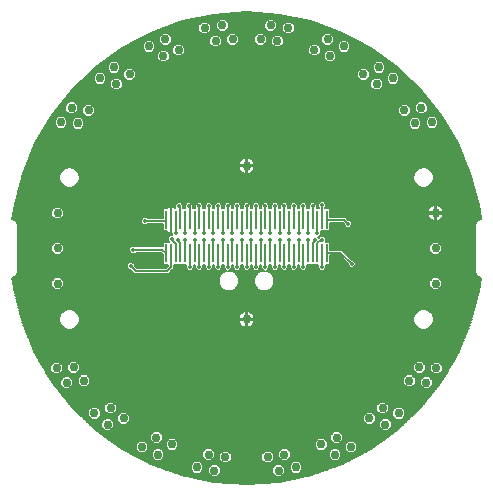
<source format=gtl>
G75*
%MOIN*%
%OFA0B0*%
%FSLAX25Y25*%
%IPPOS*%
%LPD*%
%AMOC8*
5,1,8,0,0,1.08239X$1,22.5*
%
%ADD10C,0.02953*%
%ADD11R,0.00787X0.06457*%
%ADD12C,0.01387*%
%ADD13C,0.00500*%
%ADD14C,0.00591*%
%ADD15C,0.00787*%
D10*
X0054999Y0051266D03*
X0059506Y0047405D03*
X0060447Y0052948D03*
X0064845Y0049494D03*
X0070940Y0039995D03*
X0075766Y0043029D03*
X0076293Y0037431D03*
X0080909Y0040831D03*
X0089255Y0033233D03*
X0093131Y0037413D03*
X0098668Y0036621D03*
X0095089Y0032142D03*
X0112887Y0036621D03*
X0116466Y0032142D03*
X0122301Y0033233D03*
X0118424Y0037413D03*
X0130646Y0040831D03*
X0135789Y0043029D03*
X0135262Y0037431D03*
X0140615Y0039995D03*
X0146710Y0049494D03*
X0151109Y0052948D03*
X0152049Y0047405D03*
X0156556Y0051266D03*
X0159984Y0062019D03*
X0163339Y0066494D03*
X0169036Y0066280D03*
X0165682Y0061383D03*
X0168770Y0094360D03*
X0168770Y0106171D03*
X0168770Y0117982D03*
X0167606Y0148246D03*
X0164082Y0153023D03*
X0161919Y0147833D03*
X0158410Y0152188D03*
X0154609Y0162815D03*
X0149970Y0166517D03*
X0149223Y0160944D03*
X0144707Y0164243D03*
X0138285Y0173523D03*
X0133567Y0170322D03*
X0128350Y0172339D03*
X0132845Y0175898D03*
X0119745Y0179642D03*
X0116017Y0175329D03*
X0110456Y0175927D03*
X0113876Y0180528D03*
X0101100Y0175927D03*
X0095539Y0175329D03*
X0091810Y0179642D03*
X0097679Y0180528D03*
X0083205Y0172339D03*
X0078710Y0175898D03*
X0077988Y0170322D03*
X0073271Y0173523D03*
X0066848Y0164243D03*
X0062332Y0160944D03*
X0056946Y0162815D03*
X0061585Y0166517D03*
X0053145Y0152188D03*
X0049636Y0147833D03*
X0047473Y0153023D03*
X0043950Y0148246D03*
X0042785Y0117982D03*
X0042785Y0106171D03*
X0042785Y0094360D03*
X0048216Y0066494D03*
X0042519Y0066280D03*
X0045873Y0061383D03*
X0051571Y0062019D03*
X0105778Y0082549D03*
X0105778Y0133730D03*
D11*
X0105778Y0115699D03*
X0107352Y0115699D03*
X0108927Y0115699D03*
X0110502Y0115699D03*
X0112077Y0115699D03*
X0113652Y0115699D03*
X0115226Y0115699D03*
X0116801Y0115699D03*
X0118376Y0115699D03*
X0119951Y0115699D03*
X0121526Y0115699D03*
X0123100Y0115699D03*
X0124675Y0115699D03*
X0126250Y0115699D03*
X0127825Y0115699D03*
X0129400Y0115699D03*
X0130974Y0115699D03*
X0132549Y0115699D03*
X0132549Y0104518D03*
X0130974Y0104518D03*
X0129400Y0104518D03*
X0127825Y0104518D03*
X0126250Y0104518D03*
X0124675Y0104518D03*
X0123100Y0104518D03*
X0121526Y0104518D03*
X0119951Y0104518D03*
X0118376Y0104518D03*
X0116801Y0104518D03*
X0115226Y0104518D03*
X0113652Y0104518D03*
X0112077Y0104518D03*
X0110502Y0104518D03*
X0108927Y0104518D03*
X0107352Y0104518D03*
X0105778Y0104518D03*
X0104203Y0104518D03*
X0102628Y0104518D03*
X0101053Y0104518D03*
X0099478Y0104518D03*
X0097904Y0104518D03*
X0096329Y0104518D03*
X0094754Y0104518D03*
X0093179Y0104518D03*
X0091604Y0104518D03*
X0090030Y0104518D03*
X0088455Y0104518D03*
X0086880Y0104518D03*
X0085305Y0104518D03*
X0083730Y0104518D03*
X0082156Y0104518D03*
X0080581Y0104518D03*
X0079006Y0104518D03*
X0079006Y0115699D03*
X0080581Y0115699D03*
X0082156Y0115699D03*
X0083730Y0115699D03*
X0085305Y0115699D03*
X0086880Y0115699D03*
X0088455Y0115699D03*
X0090030Y0115699D03*
X0091604Y0115699D03*
X0093179Y0115699D03*
X0094754Y0115699D03*
X0096329Y0115699D03*
X0097904Y0115699D03*
X0099478Y0115699D03*
X0101053Y0115699D03*
X0102628Y0115699D03*
X0104203Y0115699D03*
D12*
X0104203Y0111289D03*
X0104203Y0108927D03*
X0101053Y0108927D03*
X0101053Y0111289D03*
X0097904Y0111289D03*
X0097904Y0108927D03*
X0094754Y0108927D03*
X0094754Y0111289D03*
X0091604Y0111289D03*
X0091604Y0108927D03*
X0088455Y0108927D03*
X0088455Y0111289D03*
X0085305Y0111289D03*
X0085305Y0108927D03*
X0082943Y0108927D03*
X0080974Y0109321D03*
X0082156Y0111289D03*
X0079006Y0110896D03*
X0074281Y0110896D03*
X0071919Y0115226D03*
X0067982Y0105778D03*
X0067195Y0100266D03*
X0058533Y0090423D03*
X0050659Y0094360D03*
X0034911Y0098297D03*
X0034911Y0086486D03*
X0038848Y0078612D03*
X0034911Y0110108D03*
X0034911Y0125856D03*
X0038848Y0137667D03*
X0054596Y0129793D03*
X0050659Y0121919D03*
X0058533Y0121919D03*
X0083337Y0120148D03*
X0086486Y0120148D03*
X0090030Y0120148D03*
X0093179Y0120148D03*
X0096329Y0120148D03*
X0099478Y0120148D03*
X0102628Y0120148D03*
X0105778Y0120148D03*
X0108927Y0120148D03*
X0112077Y0120148D03*
X0115226Y0120148D03*
X0118376Y0120148D03*
X0121526Y0120148D03*
X0124675Y0120148D03*
X0127825Y0120148D03*
X0130974Y0120541D03*
X0126644Y0127234D03*
X0139636Y0114439D03*
X0135305Y0109321D03*
X0130974Y0108927D03*
X0128612Y0108927D03*
X0126250Y0108927D03*
X0126250Y0111289D03*
X0123100Y0111289D03*
X0123100Y0108927D03*
X0119951Y0108927D03*
X0119951Y0111289D03*
X0116801Y0111289D03*
X0116801Y0108927D03*
X0113652Y0108927D03*
X0113652Y0111289D03*
X0110502Y0111289D03*
X0110502Y0108927D03*
X0107352Y0108927D03*
X0107352Y0111289D03*
X0105778Y0100069D03*
X0108927Y0100069D03*
X0112077Y0100069D03*
X0115226Y0100069D03*
X0118376Y0100069D03*
X0121526Y0100069D03*
X0124675Y0100069D03*
X0130974Y0100069D03*
X0135305Y0103022D03*
X0140817Y0101053D03*
X0149085Y0106171D03*
X0160896Y0102234D03*
X0153022Y0086486D03*
X0156959Y0078612D03*
X0141211Y0090423D03*
X0129400Y0111289D03*
X0149085Y0121919D03*
X0145148Y0133730D03*
X0160896Y0137667D03*
X0172707Y0137667D03*
X0180581Y0121919D03*
X0180581Y0106171D03*
X0164833Y0121919D03*
X0180581Y0090423D03*
X0176644Y0078612D03*
X0137274Y0051053D03*
X0129400Y0058927D03*
X0105778Y0058927D03*
X0105778Y0066801D03*
X0086093Y0058927D03*
X0086093Y0051053D03*
X0105778Y0047116D03*
X0105778Y0039242D03*
X0105778Y0035305D03*
X0102628Y0100069D03*
X0099478Y0100069D03*
X0096329Y0100069D03*
X0093179Y0100069D03*
X0090030Y0100069D03*
X0086880Y0100069D03*
X0086093Y0141604D03*
X0086093Y0153415D03*
X0086093Y0165226D03*
X0070344Y0153415D03*
X0105778Y0145541D03*
X0105778Y0161289D03*
X0125463Y0161289D03*
X0125463Y0145541D03*
X0141211Y0153415D03*
D13*
X0053917Y0049341D02*
X0051662Y0049341D01*
X0052183Y0048842D02*
X0057937Y0048842D01*
X0057438Y0048344D02*
X0052704Y0048344D01*
X0053226Y0047845D02*
X0057380Y0047845D01*
X0057380Y0048286D02*
X0057380Y0046524D01*
X0058625Y0045278D01*
X0060387Y0045278D01*
X0061633Y0046524D01*
X0061633Y0048286D01*
X0060387Y0049531D01*
X0058625Y0049531D01*
X0057380Y0048286D01*
X0057380Y0047347D02*
X0053747Y0047347D01*
X0054268Y0046848D02*
X0057380Y0046848D01*
X0057554Y0046350D02*
X0054790Y0046350D01*
X0055311Y0045851D02*
X0058053Y0045851D01*
X0058551Y0045353D02*
X0055947Y0045353D01*
X0055484Y0045686D02*
X0047602Y0053223D01*
X0040839Y0061776D01*
X0035324Y0071183D01*
X0031162Y0081262D01*
X0028435Y0091820D01*
X0027765Y0096288D01*
X0028827Y0096901D01*
X0028827Y0096901D01*
X0028827Y0096901D01*
X0029482Y0098036D01*
X0029482Y0114307D01*
X0028827Y0115441D01*
X0028827Y0115441D01*
X0028827Y0115441D01*
X0027765Y0116054D01*
X0028435Y0120523D01*
X0031162Y0131080D01*
X0035324Y0141159D01*
X0040839Y0150566D01*
X0047602Y0159120D01*
X0055484Y0166656D01*
X0064331Y0173030D01*
X0073975Y0178119D01*
X0084230Y0181826D01*
X0094899Y0184079D01*
X0105778Y0184834D01*
X0116656Y0184079D01*
X0127325Y0181826D01*
X0137580Y0178119D01*
X0147224Y0173030D01*
X0156072Y0166656D01*
X0163953Y0159120D01*
X0170716Y0150566D01*
X0176231Y0141159D01*
X0180393Y0131080D01*
X0183121Y0120523D01*
X0183790Y0116054D01*
X0182728Y0115441D01*
X0182073Y0114307D01*
X0182073Y0098036D01*
X0182728Y0096901D01*
X0183790Y0096288D01*
X0183121Y0091820D01*
X0180393Y0081262D01*
X0176231Y0071183D01*
X0170716Y0061776D01*
X0163953Y0053223D01*
X0156072Y0045686D01*
X0147224Y0039313D01*
X0137580Y0034223D01*
X0127325Y0030517D01*
X0116656Y0028264D01*
X0105778Y0027508D01*
X0094899Y0028264D01*
X0084230Y0030517D01*
X0073975Y0034223D01*
X0064331Y0039313D01*
X0055484Y0045686D01*
X0056639Y0044854D02*
X0074584Y0044854D01*
X0074886Y0045156D02*
X0073640Y0043910D01*
X0073640Y0042149D01*
X0074886Y0040903D01*
X0076647Y0040903D01*
X0077893Y0042149D01*
X0077893Y0043910D01*
X0076647Y0045156D01*
X0074886Y0045156D01*
X0074086Y0044356D02*
X0057331Y0044356D01*
X0058023Y0043857D02*
X0073640Y0043857D01*
X0073640Y0043359D02*
X0058714Y0043359D01*
X0059406Y0042860D02*
X0073640Y0042860D01*
X0073640Y0042362D02*
X0060098Y0042362D01*
X0060790Y0041863D02*
X0069801Y0041863D01*
X0070059Y0042121D02*
X0068813Y0040875D01*
X0068813Y0039114D01*
X0070059Y0037868D01*
X0071821Y0037868D01*
X0073066Y0039114D01*
X0073066Y0040875D01*
X0071821Y0042121D01*
X0070059Y0042121D01*
X0069303Y0041365D02*
X0061482Y0041365D01*
X0062174Y0040866D02*
X0068813Y0040866D01*
X0068813Y0040368D02*
X0062866Y0040368D01*
X0063558Y0039869D02*
X0068813Y0039869D01*
X0068813Y0039371D02*
X0064250Y0039371D01*
X0065165Y0038872D02*
X0069055Y0038872D01*
X0069554Y0038374D02*
X0066110Y0038374D01*
X0067055Y0037875D02*
X0070052Y0037875D01*
X0068944Y0036878D02*
X0074166Y0036878D01*
X0074166Y0036551D02*
X0075412Y0035305D01*
X0077174Y0035305D01*
X0078419Y0036551D01*
X0078419Y0038312D01*
X0077174Y0039558D01*
X0075412Y0039558D01*
X0074166Y0038312D01*
X0074166Y0036551D01*
X0074337Y0036380D02*
X0069889Y0036380D01*
X0070834Y0035881D02*
X0074836Y0035881D01*
X0075334Y0035383D02*
X0071778Y0035383D01*
X0072723Y0034884D02*
X0087899Y0034884D01*
X0088374Y0035359D02*
X0087128Y0034114D01*
X0087128Y0032352D01*
X0088374Y0031107D01*
X0090135Y0031107D01*
X0091381Y0032352D01*
X0091381Y0034114D01*
X0090135Y0035359D01*
X0088374Y0035359D01*
X0087400Y0034386D02*
X0073668Y0034386D01*
X0074905Y0033887D02*
X0087128Y0033887D01*
X0087128Y0033389D02*
X0076285Y0033389D01*
X0077664Y0032890D02*
X0087128Y0032890D01*
X0087128Y0032392D02*
X0079043Y0032392D01*
X0080422Y0031893D02*
X0087587Y0031893D01*
X0088086Y0031395D02*
X0081801Y0031395D01*
X0083181Y0030896D02*
X0093328Y0030896D01*
X0092962Y0031262D02*
X0094208Y0030016D01*
X0095969Y0030016D01*
X0097215Y0031262D01*
X0097215Y0033023D01*
X0095969Y0034269D01*
X0094208Y0034269D01*
X0092962Y0033023D01*
X0092962Y0031262D01*
X0092962Y0031395D02*
X0090423Y0031395D01*
X0090922Y0031893D02*
X0092962Y0031893D01*
X0092962Y0032392D02*
X0091381Y0032392D01*
X0091381Y0032890D02*
X0092962Y0032890D01*
X0093328Y0033389D02*
X0091381Y0033389D01*
X0091381Y0033887D02*
X0093826Y0033887D01*
X0094012Y0035287D02*
X0092250Y0035287D01*
X0091005Y0036533D01*
X0091005Y0038294D01*
X0092250Y0039540D01*
X0094012Y0039540D01*
X0095258Y0038294D01*
X0095258Y0036533D01*
X0094012Y0035287D01*
X0094108Y0035383D02*
X0096899Y0035383D01*
X0096542Y0035740D02*
X0097787Y0034495D01*
X0099549Y0034495D01*
X0100794Y0035740D01*
X0100794Y0037502D01*
X0099549Y0038748D01*
X0097787Y0038748D01*
X0096542Y0037502D01*
X0096542Y0035740D01*
X0096542Y0035881D02*
X0094606Y0035881D01*
X0095105Y0036380D02*
X0096542Y0036380D01*
X0096542Y0036878D02*
X0095258Y0036878D01*
X0095258Y0037377D02*
X0096542Y0037377D01*
X0096915Y0037875D02*
X0095258Y0037875D01*
X0095178Y0038374D02*
X0097413Y0038374D01*
X0099923Y0038374D02*
X0111632Y0038374D01*
X0112006Y0038748D02*
X0110761Y0037502D01*
X0110761Y0035740D01*
X0112006Y0034495D01*
X0113768Y0034495D01*
X0115014Y0035740D01*
X0115014Y0037502D01*
X0113768Y0038748D01*
X0112006Y0038748D01*
X0111134Y0037875D02*
X0100421Y0037875D01*
X0100794Y0037377D02*
X0110761Y0037377D01*
X0110761Y0036878D02*
X0100794Y0036878D01*
X0100794Y0036380D02*
X0110761Y0036380D01*
X0110761Y0035881D02*
X0100794Y0035881D01*
X0100437Y0035383D02*
X0111119Y0035383D01*
X0111617Y0034884D02*
X0099938Y0034884D01*
X0097398Y0034884D02*
X0090610Y0034884D01*
X0091109Y0034386D02*
X0120446Y0034386D01*
X0120174Y0034114D02*
X0120174Y0032352D01*
X0121420Y0031107D01*
X0123181Y0031107D01*
X0124427Y0032352D01*
X0124427Y0034114D01*
X0123181Y0035359D01*
X0121420Y0035359D01*
X0120174Y0034114D01*
X0120174Y0033887D02*
X0117729Y0033887D01*
X0117347Y0034269D02*
X0115586Y0034269D01*
X0114340Y0033023D01*
X0114340Y0031262D01*
X0115586Y0030016D01*
X0117347Y0030016D01*
X0118593Y0031262D01*
X0118593Y0033023D01*
X0117347Y0034269D01*
X0117543Y0035287D02*
X0119305Y0035287D01*
X0120550Y0036533D01*
X0120550Y0038294D01*
X0119305Y0039540D01*
X0117543Y0039540D01*
X0116298Y0038294D01*
X0116298Y0036533D01*
X0117543Y0035287D01*
X0117448Y0035383D02*
X0114656Y0035383D01*
X0115014Y0035881D02*
X0116949Y0035881D01*
X0116451Y0036380D02*
X0115014Y0036380D01*
X0115014Y0036878D02*
X0116298Y0036878D01*
X0116298Y0037377D02*
X0115014Y0037377D01*
X0114640Y0037875D02*
X0116298Y0037875D01*
X0116377Y0038374D02*
X0114142Y0038374D01*
X0116876Y0038872D02*
X0094680Y0038872D01*
X0094181Y0039371D02*
X0117374Y0039371D01*
X0119474Y0039371D02*
X0129099Y0039371D01*
X0128601Y0039869D02*
X0082955Y0039869D01*
X0083036Y0039950D02*
X0081790Y0038705D01*
X0080029Y0038705D01*
X0078783Y0039950D01*
X0078783Y0041712D01*
X0080029Y0042958D01*
X0081790Y0042958D01*
X0083036Y0041712D01*
X0083036Y0039950D01*
X0083036Y0040368D02*
X0128519Y0040368D01*
X0128519Y0039950D02*
X0129765Y0038705D01*
X0131527Y0038705D01*
X0132772Y0039950D01*
X0132772Y0041712D01*
X0131527Y0042958D01*
X0129765Y0042958D01*
X0128519Y0041712D01*
X0128519Y0039950D01*
X0128519Y0040866D02*
X0083036Y0040866D01*
X0083036Y0041365D02*
X0128519Y0041365D01*
X0128671Y0041863D02*
X0082884Y0041863D01*
X0082386Y0042362D02*
X0129169Y0042362D01*
X0129668Y0042860D02*
X0081887Y0042860D01*
X0079931Y0042860D02*
X0077893Y0042860D01*
X0077893Y0042362D02*
X0079433Y0042362D01*
X0078934Y0041863D02*
X0077607Y0041863D01*
X0077109Y0041365D02*
X0078783Y0041365D01*
X0078783Y0040866D02*
X0073066Y0040866D01*
X0073066Y0040368D02*
X0078783Y0040368D01*
X0078864Y0039869D02*
X0073066Y0039869D01*
X0073066Y0039371D02*
X0075225Y0039371D01*
X0074727Y0038872D02*
X0072824Y0038872D01*
X0072326Y0038374D02*
X0074228Y0038374D01*
X0074166Y0037875D02*
X0071827Y0037875D01*
X0074166Y0037377D02*
X0067999Y0037377D01*
X0072078Y0041863D02*
X0073925Y0041863D01*
X0074424Y0041365D02*
X0072577Y0041365D01*
X0077361Y0039371D02*
X0079363Y0039371D01*
X0079861Y0038872D02*
X0077859Y0038872D01*
X0078358Y0038374D02*
X0091084Y0038374D01*
X0091005Y0037875D02*
X0078419Y0037875D01*
X0078419Y0037377D02*
X0091005Y0037377D01*
X0091005Y0036878D02*
X0078419Y0036878D01*
X0078248Y0036380D02*
X0091158Y0036380D01*
X0091656Y0035881D02*
X0077750Y0035881D01*
X0077251Y0035383D02*
X0092155Y0035383D01*
X0091583Y0038872D02*
X0081958Y0038872D01*
X0082456Y0039371D02*
X0092081Y0039371D01*
X0096351Y0033887D02*
X0115204Y0033887D01*
X0114706Y0033389D02*
X0096850Y0033389D01*
X0097215Y0032890D02*
X0114340Y0032890D01*
X0114340Y0032392D02*
X0097215Y0032392D01*
X0097215Y0031893D02*
X0114340Y0031893D01*
X0114340Y0031395D02*
X0097215Y0031395D01*
X0096849Y0030896D02*
X0114706Y0030896D01*
X0115204Y0030398D02*
X0096351Y0030398D01*
X0093826Y0030398D02*
X0084795Y0030398D01*
X0087155Y0029899D02*
X0124400Y0029899D01*
X0123469Y0031395D02*
X0129754Y0031395D01*
X0131133Y0031893D02*
X0123968Y0031893D01*
X0124427Y0032392D02*
X0132512Y0032392D01*
X0133891Y0032890D02*
X0124427Y0032890D01*
X0124427Y0033389D02*
X0135271Y0033389D01*
X0136650Y0033887D02*
X0124427Y0033887D01*
X0124155Y0034386D02*
X0137888Y0034386D01*
X0138832Y0034884D02*
X0123656Y0034884D01*
X0120945Y0034884D02*
X0114157Y0034884D01*
X0118227Y0033389D02*
X0120174Y0033389D01*
X0120174Y0032890D02*
X0118593Y0032890D01*
X0118593Y0032392D02*
X0120174Y0032392D01*
X0120633Y0031893D02*
X0118593Y0031893D01*
X0118593Y0031395D02*
X0121132Y0031395D01*
X0122039Y0029401D02*
X0089516Y0029401D01*
X0091877Y0028902D02*
X0119678Y0028902D01*
X0117317Y0028403D02*
X0094238Y0028403D01*
X0100065Y0027905D02*
X0111491Y0027905D01*
X0117729Y0030398D02*
X0126761Y0030398D01*
X0128374Y0030896D02*
X0118227Y0030896D01*
X0119400Y0035383D02*
X0134304Y0035383D01*
X0134382Y0035305D02*
X0136143Y0035305D01*
X0137389Y0036551D01*
X0137389Y0038312D01*
X0136143Y0039558D01*
X0134382Y0039558D01*
X0133136Y0038312D01*
X0133136Y0036551D01*
X0134382Y0035305D01*
X0133805Y0035881D02*
X0119899Y0035881D01*
X0120397Y0036380D02*
X0133307Y0036380D01*
X0133136Y0036878D02*
X0120550Y0036878D01*
X0120550Y0037377D02*
X0133136Y0037377D01*
X0133136Y0037875D02*
X0120550Y0037875D01*
X0120471Y0038374D02*
X0133198Y0038374D01*
X0133696Y0038872D02*
X0131694Y0038872D01*
X0132192Y0039371D02*
X0134195Y0039371D01*
X0132691Y0039869D02*
X0138489Y0039869D01*
X0138489Y0039371D02*
X0136330Y0039371D01*
X0136829Y0038872D02*
X0138731Y0038872D01*
X0138489Y0039114D02*
X0139735Y0037868D01*
X0141496Y0037868D01*
X0142742Y0039114D01*
X0142742Y0040875D01*
X0141496Y0042121D01*
X0139735Y0042121D01*
X0138489Y0040875D01*
X0138489Y0039114D01*
X0139229Y0038374D02*
X0137327Y0038374D01*
X0137389Y0037875D02*
X0139728Y0037875D01*
X0141503Y0037875D02*
X0144500Y0037875D01*
X0143556Y0037377D02*
X0137389Y0037377D01*
X0137389Y0036878D02*
X0142611Y0036878D01*
X0141666Y0036380D02*
X0137218Y0036380D01*
X0136719Y0035881D02*
X0140722Y0035881D01*
X0139777Y0035383D02*
X0136221Y0035383D01*
X0138489Y0040368D02*
X0132772Y0040368D01*
X0132772Y0040866D02*
X0138489Y0040866D01*
X0138978Y0041365D02*
X0137131Y0041365D01*
X0136670Y0040903D02*
X0137915Y0042149D01*
X0137915Y0043910D01*
X0136670Y0045156D01*
X0134908Y0045156D01*
X0133662Y0043910D01*
X0133662Y0042149D01*
X0134908Y0040903D01*
X0136670Y0040903D01*
X0137630Y0041863D02*
X0139477Y0041863D01*
X0137915Y0042362D02*
X0151457Y0042362D01*
X0152149Y0042860D02*
X0137915Y0042860D01*
X0137915Y0043359D02*
X0152841Y0043359D01*
X0153533Y0043857D02*
X0137915Y0043857D01*
X0137470Y0044356D02*
X0154225Y0044356D01*
X0154917Y0044854D02*
X0136971Y0044854D01*
X0134607Y0044854D02*
X0076949Y0044854D01*
X0077447Y0044356D02*
X0134108Y0044356D01*
X0133662Y0043857D02*
X0077893Y0043857D01*
X0077893Y0043359D02*
X0133662Y0043359D01*
X0133662Y0042860D02*
X0131624Y0042860D01*
X0132122Y0042362D02*
X0133662Y0042362D01*
X0133948Y0041863D02*
X0132621Y0041863D01*
X0132772Y0041365D02*
X0134446Y0041365D01*
X0129598Y0038872D02*
X0119972Y0038872D01*
X0141754Y0041863D02*
X0150765Y0041863D01*
X0150073Y0041365D02*
X0142252Y0041365D01*
X0142742Y0040866D02*
X0149381Y0040866D01*
X0148689Y0040368D02*
X0142742Y0040368D01*
X0142742Y0039869D02*
X0147997Y0039869D01*
X0147305Y0039371D02*
X0142742Y0039371D01*
X0142500Y0038872D02*
X0146390Y0038872D01*
X0145445Y0038374D02*
X0142002Y0038374D01*
X0145829Y0047368D02*
X0147590Y0047368D01*
X0148836Y0048613D01*
X0148836Y0050375D01*
X0147590Y0051620D01*
X0145829Y0051620D01*
X0144583Y0050375D01*
X0144583Y0048613D01*
X0145829Y0047368D01*
X0145351Y0047845D02*
X0066204Y0047845D01*
X0065726Y0047368D02*
X0063965Y0047368D01*
X0062719Y0048613D01*
X0062719Y0050375D01*
X0063965Y0051620D01*
X0065726Y0051620D01*
X0066972Y0050375D01*
X0066972Y0048613D01*
X0065726Y0047368D01*
X0066703Y0048344D02*
X0144853Y0048344D01*
X0144583Y0048842D02*
X0066972Y0048842D01*
X0066972Y0049341D02*
X0144583Y0049341D01*
X0144583Y0049839D02*
X0066972Y0049839D01*
X0066972Y0050338D02*
X0144583Y0050338D01*
X0145045Y0050837D02*
X0066510Y0050837D01*
X0066012Y0051335D02*
X0145544Y0051335D01*
X0147876Y0051335D02*
X0149715Y0051335D01*
X0150213Y0050837D02*
X0148374Y0050837D01*
X0148836Y0050338D02*
X0154477Y0050338D01*
X0154430Y0050385D02*
X0155675Y0049140D01*
X0157437Y0049140D01*
X0158682Y0050385D01*
X0158682Y0052147D01*
X0157437Y0053393D01*
X0155675Y0053393D01*
X0154430Y0052147D01*
X0154430Y0050385D01*
X0154430Y0050837D02*
X0152004Y0050837D01*
X0151989Y0050822D02*
X0153235Y0052068D01*
X0153235Y0053829D01*
X0151989Y0055075D01*
X0150228Y0055075D01*
X0148982Y0053829D01*
X0148982Y0052068D01*
X0150228Y0050822D01*
X0151989Y0050822D01*
X0152502Y0051335D02*
X0154430Y0051335D01*
X0154430Y0051834D02*
X0153001Y0051834D01*
X0153235Y0052332D02*
X0154615Y0052332D01*
X0155113Y0052831D02*
X0153235Y0052831D01*
X0153235Y0053329D02*
X0155612Y0053329D01*
X0157500Y0053329D02*
X0164037Y0053329D01*
X0164431Y0053828D02*
X0153235Y0053828D01*
X0152738Y0054326D02*
X0164825Y0054326D01*
X0165219Y0054825D02*
X0152239Y0054825D01*
X0149978Y0054825D02*
X0061578Y0054825D01*
X0061327Y0055075D02*
X0059566Y0055075D01*
X0058320Y0053829D01*
X0058320Y0052068D01*
X0059566Y0050822D01*
X0061327Y0050822D01*
X0062573Y0052068D01*
X0062573Y0053829D01*
X0061327Y0055075D01*
X0062076Y0054326D02*
X0149479Y0054326D01*
X0148982Y0053828D02*
X0062573Y0053828D01*
X0062573Y0053329D02*
X0148982Y0053329D01*
X0148982Y0052831D02*
X0062573Y0052831D01*
X0062573Y0052332D02*
X0148982Y0052332D01*
X0149216Y0051834D02*
X0062339Y0051834D01*
X0061840Y0051335D02*
X0063679Y0051335D01*
X0063181Y0050837D02*
X0061342Y0050837D01*
X0062719Y0050338D02*
X0057078Y0050338D01*
X0057125Y0050385D02*
X0055880Y0049140D01*
X0054118Y0049140D01*
X0052873Y0050385D01*
X0052873Y0052147D01*
X0054118Y0053393D01*
X0055880Y0053393D01*
X0057125Y0052147D01*
X0057125Y0050385D01*
X0057125Y0050837D02*
X0059551Y0050837D01*
X0059053Y0051335D02*
X0057125Y0051335D01*
X0057125Y0051834D02*
X0058554Y0051834D01*
X0058320Y0052332D02*
X0056940Y0052332D01*
X0056442Y0052831D02*
X0058320Y0052831D01*
X0058320Y0053329D02*
X0055943Y0053329D01*
X0054055Y0053329D02*
X0047518Y0053329D01*
X0047124Y0053828D02*
X0058320Y0053828D01*
X0058817Y0054326D02*
X0046730Y0054326D01*
X0046336Y0054825D02*
X0059316Y0054825D01*
X0056579Y0049839D02*
X0062719Y0049839D01*
X0062719Y0049341D02*
X0060577Y0049341D01*
X0061076Y0048842D02*
X0062719Y0048842D01*
X0062988Y0048344D02*
X0061574Y0048344D01*
X0061633Y0047845D02*
X0063487Y0047845D01*
X0061633Y0047347D02*
X0149922Y0047347D01*
X0149922Y0047845D02*
X0148068Y0047845D01*
X0148567Y0048344D02*
X0149981Y0048344D01*
X0149922Y0048286D02*
X0149922Y0046524D01*
X0151168Y0045278D01*
X0152930Y0045278D01*
X0154175Y0046524D01*
X0154175Y0048286D01*
X0152930Y0049531D01*
X0151168Y0049531D01*
X0149922Y0048286D01*
X0150479Y0048842D02*
X0148836Y0048842D01*
X0148836Y0049341D02*
X0150978Y0049341D01*
X0153120Y0049341D02*
X0155474Y0049341D01*
X0154976Y0049839D02*
X0148836Y0049839D01*
X0149922Y0046848D02*
X0061633Y0046848D01*
X0061458Y0046350D02*
X0150097Y0046350D01*
X0150595Y0045851D02*
X0060960Y0045851D01*
X0060461Y0045353D02*
X0151094Y0045353D01*
X0153004Y0045353D02*
X0155609Y0045353D01*
X0156244Y0045851D02*
X0153503Y0045851D01*
X0154001Y0046350D02*
X0156765Y0046350D01*
X0157287Y0046848D02*
X0154175Y0046848D01*
X0154175Y0047347D02*
X0157808Y0047347D01*
X0158329Y0047845D02*
X0154175Y0047845D01*
X0154117Y0048344D02*
X0158851Y0048344D01*
X0159372Y0048842D02*
X0153618Y0048842D01*
X0157638Y0049341D02*
X0159893Y0049341D01*
X0160415Y0049839D02*
X0158136Y0049839D01*
X0158635Y0050338D02*
X0160936Y0050338D01*
X0161457Y0050837D02*
X0158682Y0050837D01*
X0158682Y0051335D02*
X0161979Y0051335D01*
X0162500Y0051834D02*
X0158682Y0051834D01*
X0158497Y0052332D02*
X0163021Y0052332D01*
X0163543Y0052831D02*
X0157999Y0052831D01*
X0159103Y0059893D02*
X0160865Y0059893D01*
X0162110Y0061138D01*
X0162110Y0062900D01*
X0160865Y0064146D01*
X0159103Y0064146D01*
X0157858Y0062900D01*
X0157858Y0061138D01*
X0159103Y0059893D01*
X0158688Y0060308D02*
X0052867Y0060308D01*
X0052452Y0059893D02*
X0050690Y0059893D01*
X0049445Y0061138D01*
X0049445Y0062900D01*
X0050690Y0064146D01*
X0052452Y0064146D01*
X0053697Y0062900D01*
X0053697Y0061138D01*
X0052452Y0059893D01*
X0053366Y0060807D02*
X0158189Y0060807D01*
X0157858Y0061305D02*
X0053697Y0061305D01*
X0053697Y0061804D02*
X0157858Y0061804D01*
X0157858Y0062302D02*
X0053697Y0062302D01*
X0053697Y0062801D02*
X0157858Y0062801D01*
X0158257Y0063299D02*
X0053298Y0063299D01*
X0052800Y0063798D02*
X0158756Y0063798D01*
X0161213Y0063798D02*
X0171901Y0063798D01*
X0172193Y0064296D02*
X0170060Y0064296D01*
X0169917Y0064153D02*
X0171163Y0065399D01*
X0171163Y0067160D01*
X0169917Y0068406D01*
X0168155Y0068406D01*
X0166910Y0067160D01*
X0166910Y0065399D01*
X0168155Y0064153D01*
X0169917Y0064153D01*
X0170559Y0064795D02*
X0172486Y0064795D01*
X0172778Y0065293D02*
X0171057Y0065293D01*
X0171163Y0065792D02*
X0173070Y0065792D01*
X0173363Y0066290D02*
X0171163Y0066290D01*
X0171163Y0066789D02*
X0173655Y0066789D01*
X0173947Y0067287D02*
X0171036Y0067287D01*
X0170537Y0067786D02*
X0174239Y0067786D01*
X0174532Y0068284D02*
X0170039Y0068284D01*
X0168034Y0068284D02*
X0164556Y0068284D01*
X0164220Y0068621D02*
X0162458Y0068621D01*
X0161213Y0067375D01*
X0161213Y0065614D01*
X0162458Y0064368D01*
X0164220Y0064368D01*
X0165465Y0065614D01*
X0165465Y0067375D01*
X0164220Y0068621D01*
X0165055Y0067786D02*
X0167535Y0067786D01*
X0167037Y0067287D02*
X0165465Y0067287D01*
X0165465Y0066789D02*
X0166910Y0066789D01*
X0166910Y0066290D02*
X0165465Y0066290D01*
X0165465Y0065792D02*
X0166910Y0065792D01*
X0167015Y0065293D02*
X0165145Y0065293D01*
X0164646Y0064795D02*
X0167514Y0064795D01*
X0168012Y0064296D02*
X0043543Y0064296D01*
X0043400Y0064153D02*
X0041638Y0064153D01*
X0040392Y0065399D01*
X0040392Y0067160D01*
X0041638Y0068406D01*
X0043400Y0068406D01*
X0044645Y0067160D01*
X0044645Y0065399D01*
X0043400Y0064153D01*
X0044041Y0064795D02*
X0046909Y0064795D01*
X0047335Y0064368D02*
X0049097Y0064368D01*
X0050343Y0065614D01*
X0050343Y0067375D01*
X0049097Y0068621D01*
X0047335Y0068621D01*
X0046090Y0067375D01*
X0046090Y0065614D01*
X0047335Y0064368D01*
X0046754Y0063510D02*
X0044992Y0063510D01*
X0043747Y0062264D01*
X0043747Y0060502D01*
X0044992Y0059257D01*
X0046754Y0059257D01*
X0047999Y0060502D01*
X0047999Y0062264D01*
X0046754Y0063510D01*
X0046964Y0063299D02*
X0049844Y0063299D01*
X0049445Y0062801D02*
X0047463Y0062801D01*
X0047961Y0062302D02*
X0049445Y0062302D01*
X0049445Y0061804D02*
X0047999Y0061804D01*
X0047999Y0061305D02*
X0049445Y0061305D01*
X0049776Y0060807D02*
X0047999Y0060807D01*
X0047805Y0060308D02*
X0050275Y0060308D01*
X0047307Y0059810D02*
X0164248Y0059810D01*
X0163750Y0060308D02*
X0161280Y0060308D01*
X0161779Y0060807D02*
X0163556Y0060807D01*
X0163556Y0060502D02*
X0164801Y0059257D01*
X0166563Y0059257D01*
X0167808Y0060502D01*
X0167808Y0062264D01*
X0166563Y0063510D01*
X0164801Y0063510D01*
X0163556Y0062264D01*
X0163556Y0060502D01*
X0163556Y0061305D02*
X0162110Y0061305D01*
X0162110Y0061804D02*
X0163556Y0061804D01*
X0163594Y0062302D02*
X0162110Y0062302D01*
X0162110Y0062801D02*
X0164093Y0062801D01*
X0164591Y0063299D02*
X0161711Y0063299D01*
X0162031Y0064795D02*
X0049524Y0064795D01*
X0050022Y0065293D02*
X0161533Y0065293D01*
X0161213Y0065792D02*
X0050343Y0065792D01*
X0050343Y0066290D02*
X0161213Y0066290D01*
X0161213Y0066789D02*
X0050343Y0066789D01*
X0050343Y0067287D02*
X0161213Y0067287D01*
X0161623Y0067786D02*
X0049932Y0067786D01*
X0049433Y0068284D02*
X0162122Y0068284D01*
X0166773Y0063299D02*
X0171609Y0063299D01*
X0171317Y0062801D02*
X0167272Y0062801D01*
X0167770Y0062302D02*
X0171024Y0062302D01*
X0170732Y0061804D02*
X0167808Y0061804D01*
X0167808Y0061305D02*
X0170343Y0061305D01*
X0169949Y0060807D02*
X0167808Y0060807D01*
X0167614Y0060308D02*
X0169555Y0060308D01*
X0169161Y0059810D02*
X0167116Y0059810D01*
X0166617Y0059311D02*
X0168767Y0059311D01*
X0168373Y0058813D02*
X0043183Y0058813D01*
X0043577Y0058314D02*
X0167978Y0058314D01*
X0167584Y0057816D02*
X0043971Y0057816D01*
X0044365Y0057317D02*
X0167190Y0057317D01*
X0166796Y0056819D02*
X0044759Y0056819D01*
X0045153Y0056320D02*
X0166402Y0056320D01*
X0166008Y0055822D02*
X0045547Y0055822D01*
X0045942Y0055323D02*
X0165613Y0055323D01*
X0164747Y0059311D02*
X0046808Y0059311D01*
X0044938Y0059311D02*
X0042788Y0059311D01*
X0042394Y0059810D02*
X0044439Y0059810D01*
X0043941Y0060308D02*
X0042000Y0060308D01*
X0041606Y0060807D02*
X0043747Y0060807D01*
X0043747Y0061305D02*
X0041212Y0061305D01*
X0040823Y0061804D02*
X0043747Y0061804D01*
X0043785Y0062302D02*
X0040531Y0062302D01*
X0040239Y0062801D02*
X0044284Y0062801D01*
X0044782Y0063299D02*
X0039946Y0063299D01*
X0039654Y0063798D02*
X0050342Y0063798D01*
X0046410Y0065293D02*
X0044540Y0065293D01*
X0044645Y0065792D02*
X0046090Y0065792D01*
X0046090Y0066290D02*
X0044645Y0066290D01*
X0044645Y0066789D02*
X0046090Y0066789D01*
X0046090Y0067287D02*
X0044518Y0067287D01*
X0044020Y0067786D02*
X0046500Y0067786D01*
X0046999Y0068284D02*
X0043521Y0068284D01*
X0041517Y0068284D02*
X0037023Y0068284D01*
X0037316Y0067786D02*
X0041018Y0067786D01*
X0040520Y0067287D02*
X0037608Y0067287D01*
X0037900Y0066789D02*
X0040392Y0066789D01*
X0040392Y0066290D02*
X0038193Y0066290D01*
X0038485Y0065792D02*
X0040392Y0065792D01*
X0040498Y0065293D02*
X0038777Y0065293D01*
X0039069Y0064795D02*
X0040996Y0064795D01*
X0041495Y0064296D02*
X0039362Y0064296D01*
X0036731Y0068783D02*
X0174824Y0068783D01*
X0175116Y0069281D02*
X0036439Y0069281D01*
X0036147Y0069780D02*
X0175409Y0069780D01*
X0175701Y0070278D02*
X0035854Y0070278D01*
X0035562Y0070777D02*
X0175993Y0070777D01*
X0176269Y0071275D02*
X0035286Y0071275D01*
X0035080Y0071774D02*
X0176475Y0071774D01*
X0176681Y0072272D02*
X0034874Y0072272D01*
X0034668Y0072771D02*
X0176887Y0072771D01*
X0177093Y0073270D02*
X0034462Y0073270D01*
X0034257Y0073768D02*
X0177299Y0073768D01*
X0177504Y0074267D02*
X0034051Y0074267D01*
X0033845Y0074765D02*
X0177710Y0074765D01*
X0177916Y0075264D02*
X0033639Y0075264D01*
X0033433Y0075762D02*
X0178122Y0075762D01*
X0178328Y0076261D02*
X0033227Y0076261D01*
X0033022Y0076759D02*
X0178534Y0076759D01*
X0178739Y0077258D02*
X0032816Y0077258D01*
X0032610Y0077756D02*
X0178945Y0077756D01*
X0179151Y0078255D02*
X0032404Y0078255D01*
X0032198Y0078753D02*
X0179357Y0078753D01*
X0179563Y0079252D02*
X0165780Y0079252D01*
X0165511Y0079140D02*
X0166764Y0079659D01*
X0167723Y0080618D01*
X0168242Y0081871D01*
X0168242Y0083227D01*
X0167723Y0084480D01*
X0166764Y0085439D01*
X0165511Y0085958D01*
X0164155Y0085958D01*
X0162902Y0085439D01*
X0161943Y0084480D01*
X0161424Y0083227D01*
X0161424Y0081871D01*
X0161943Y0080618D01*
X0162902Y0079659D01*
X0164155Y0079140D01*
X0165511Y0079140D01*
X0166855Y0079750D02*
X0179769Y0079750D01*
X0179974Y0080249D02*
X0167353Y0080249D01*
X0167776Y0080747D02*
X0180180Y0080747D01*
X0180386Y0081246D02*
X0167983Y0081246D01*
X0168189Y0081744D02*
X0180517Y0081744D01*
X0180646Y0082243D02*
X0168242Y0082243D01*
X0168242Y0082741D02*
X0180775Y0082741D01*
X0180904Y0083240D02*
X0168237Y0083240D01*
X0168030Y0083738D02*
X0181033Y0083738D01*
X0181161Y0084237D02*
X0167824Y0084237D01*
X0167468Y0084735D02*
X0181290Y0084735D01*
X0181419Y0085234D02*
X0166969Y0085234D01*
X0166056Y0085732D02*
X0181548Y0085732D01*
X0181677Y0086231D02*
X0029879Y0086231D01*
X0029750Y0086729D02*
X0181805Y0086729D01*
X0181934Y0087228D02*
X0029621Y0087228D01*
X0029492Y0087726D02*
X0182063Y0087726D01*
X0182192Y0088225D02*
X0029363Y0088225D01*
X0029235Y0088723D02*
X0182321Y0088723D01*
X0182449Y0089222D02*
X0029106Y0089222D01*
X0028977Y0089720D02*
X0182578Y0089720D01*
X0182707Y0090219D02*
X0028848Y0090219D01*
X0028719Y0090717D02*
X0182836Y0090717D01*
X0182964Y0091216D02*
X0028591Y0091216D01*
X0028462Y0091714D02*
X0183093Y0091714D01*
X0183179Y0092213D02*
X0113031Y0092213D01*
X0113614Y0092454D02*
X0114573Y0093413D01*
X0115092Y0094666D01*
X0115092Y0096023D01*
X0114573Y0097276D01*
X0113614Y0098235D01*
X0112430Y0098725D01*
X0112633Y0098725D01*
X0113420Y0099512D01*
X0113420Y0100625D01*
X0113407Y0100639D01*
X0113897Y0100639D01*
X0113883Y0100625D01*
X0113883Y0099512D01*
X0114670Y0098725D01*
X0115783Y0098725D01*
X0116570Y0099512D01*
X0116570Y0100625D01*
X0116556Y0100639D01*
X0117046Y0100639D01*
X0117032Y0100625D01*
X0117032Y0099512D01*
X0117819Y0098725D01*
X0118933Y0098725D01*
X0119720Y0099512D01*
X0119720Y0100625D01*
X0119706Y0100639D01*
X0120196Y0100639D01*
X0120182Y0100625D01*
X0120182Y0099512D01*
X0120969Y0098725D01*
X0122082Y0098725D01*
X0122869Y0099512D01*
X0122869Y0100625D01*
X0122855Y0100639D01*
X0123345Y0100639D01*
X0123331Y0100625D01*
X0123331Y0099512D01*
X0124119Y0098725D01*
X0125232Y0098725D01*
X0126019Y0099512D01*
X0126019Y0100625D01*
X0126005Y0100639D01*
X0126913Y0100639D01*
X0127037Y0100764D01*
X0127162Y0100639D01*
X0128488Y0100639D01*
X0128612Y0100764D01*
X0128737Y0100639D01*
X0129645Y0100639D01*
X0129631Y0100625D01*
X0129631Y0099512D01*
X0130418Y0098725D01*
X0131531Y0098725D01*
X0132318Y0099512D01*
X0132318Y0100625D01*
X0132304Y0100639D01*
X0133212Y0100639D01*
X0133593Y0101020D01*
X0133593Y0103848D01*
X0136685Y0103848D01*
X0139473Y0101060D01*
X0139473Y0100497D01*
X0140260Y0099709D01*
X0141373Y0099709D01*
X0142161Y0100497D01*
X0142161Y0101610D01*
X0141373Y0102397D01*
X0140810Y0102397D01*
X0138022Y0105185D01*
X0137468Y0105739D01*
X0133593Y0105739D01*
X0133593Y0108015D01*
X0133212Y0108396D01*
X0132318Y0108396D01*
X0132318Y0109484D01*
X0131531Y0110271D01*
X0130418Y0110271D01*
X0129793Y0109646D01*
X0129494Y0109946D01*
X0129956Y0109946D01*
X0130743Y0110733D01*
X0130743Y0111820D01*
X0131637Y0111820D01*
X0131762Y0111945D01*
X0131886Y0111820D01*
X0133212Y0111820D01*
X0133593Y0112201D01*
X0133593Y0114754D01*
X0137984Y0114754D01*
X0138292Y0114446D01*
X0138292Y0113882D01*
X0139079Y0113095D01*
X0140192Y0113095D01*
X0140980Y0113882D01*
X0140980Y0114996D01*
X0140192Y0115783D01*
X0139629Y0115783D01*
X0138768Y0116644D01*
X0133593Y0116644D01*
X0133593Y0119196D01*
X0133212Y0119577D01*
X0131910Y0119577D01*
X0132318Y0119985D01*
X0132318Y0121098D01*
X0131531Y0121885D01*
X0130418Y0121885D01*
X0129631Y0121098D01*
X0129631Y0119985D01*
X0130038Y0119577D01*
X0129155Y0119577D01*
X0129168Y0119591D01*
X0129168Y0120704D01*
X0128381Y0121491D01*
X0127268Y0121491D01*
X0126481Y0120704D01*
X0126481Y0119591D01*
X0126495Y0119577D01*
X0126005Y0119577D01*
X0126019Y0119591D01*
X0126019Y0120704D01*
X0125232Y0121491D01*
X0124119Y0121491D01*
X0123331Y0120704D01*
X0123331Y0119591D01*
X0123345Y0119577D01*
X0122855Y0119577D01*
X0122869Y0119591D01*
X0122869Y0120704D01*
X0122082Y0121491D01*
X0120969Y0121491D01*
X0120182Y0120704D01*
X0120182Y0119591D01*
X0120196Y0119577D01*
X0119706Y0119577D01*
X0119720Y0119591D01*
X0119720Y0120704D01*
X0118933Y0121491D01*
X0117819Y0121491D01*
X0117032Y0120704D01*
X0117032Y0119591D01*
X0117046Y0119577D01*
X0116556Y0119577D01*
X0116570Y0119591D01*
X0116570Y0120704D01*
X0115783Y0121491D01*
X0114670Y0121491D01*
X0113883Y0120704D01*
X0113883Y0119591D01*
X0113897Y0119577D01*
X0113407Y0119577D01*
X0113420Y0119591D01*
X0113420Y0120704D01*
X0112633Y0121491D01*
X0111520Y0121491D01*
X0110733Y0120704D01*
X0110733Y0119591D01*
X0110747Y0119577D01*
X0110257Y0119577D01*
X0110271Y0119591D01*
X0110271Y0120704D01*
X0109484Y0121491D01*
X0108371Y0121491D01*
X0107583Y0120704D01*
X0107583Y0119591D01*
X0107597Y0119577D01*
X0107107Y0119577D01*
X0107121Y0119591D01*
X0107121Y0120704D01*
X0106334Y0121491D01*
X0105221Y0121491D01*
X0104434Y0120704D01*
X0104434Y0119591D01*
X0104448Y0119577D01*
X0103958Y0119577D01*
X0103972Y0119591D01*
X0103972Y0120704D01*
X0103185Y0121491D01*
X0102071Y0121491D01*
X0101284Y0120704D01*
X0101284Y0119591D01*
X0101298Y0119577D01*
X0100808Y0119577D01*
X0100822Y0119591D01*
X0100822Y0120704D01*
X0100035Y0121491D01*
X0098922Y0121491D01*
X0098135Y0120704D01*
X0098135Y0119591D01*
X0098149Y0119577D01*
X0097659Y0119577D01*
X0097672Y0119591D01*
X0097672Y0120704D01*
X0096885Y0121491D01*
X0095772Y0121491D01*
X0094985Y0120704D01*
X0094985Y0119591D01*
X0094999Y0119577D01*
X0094509Y0119577D01*
X0094523Y0119591D01*
X0094523Y0120704D01*
X0093736Y0121491D01*
X0092623Y0121491D01*
X0091835Y0120704D01*
X0091835Y0119591D01*
X0091849Y0119577D01*
X0091359Y0119577D01*
X0091373Y0119591D01*
X0091373Y0120704D01*
X0090586Y0121491D01*
X0089473Y0121491D01*
X0088686Y0120704D01*
X0088686Y0119591D01*
X0088700Y0119577D01*
X0087816Y0119577D01*
X0087830Y0119591D01*
X0087830Y0120704D01*
X0087043Y0121491D01*
X0085930Y0121491D01*
X0085143Y0120704D01*
X0085143Y0119591D01*
X0085156Y0119577D01*
X0084666Y0119577D01*
X0084680Y0119591D01*
X0084680Y0120704D01*
X0083893Y0121491D01*
X0082780Y0121491D01*
X0081993Y0120704D01*
X0081993Y0119663D01*
X0081975Y0119695D01*
X0081742Y0119927D01*
X0081457Y0120092D01*
X0081139Y0120177D01*
X0080581Y0120177D01*
X0080581Y0115699D01*
X0080581Y0115699D01*
X0080581Y0120177D01*
X0080022Y0120177D01*
X0079705Y0120092D01*
X0079419Y0119927D01*
X0079187Y0119695D01*
X0079119Y0119577D01*
X0078343Y0119577D01*
X0077962Y0119196D01*
X0077962Y0116172D01*
X0072874Y0116172D01*
X0072476Y0116570D01*
X0071363Y0116570D01*
X0070576Y0115783D01*
X0070576Y0114670D01*
X0071363Y0113883D01*
X0072476Y0113883D01*
X0072874Y0114281D01*
X0077962Y0114281D01*
X0077962Y0112201D01*
X0078343Y0111820D01*
X0079119Y0111820D01*
X0079187Y0111703D01*
X0079419Y0111470D01*
X0079705Y0111306D01*
X0080022Y0111220D01*
X0080581Y0111220D01*
X0080812Y0111220D01*
X0080812Y0110733D01*
X0080880Y0110665D01*
X0080418Y0110665D01*
X0079631Y0109877D01*
X0079631Y0108764D01*
X0079999Y0108396D01*
X0079918Y0108396D01*
X0079793Y0108272D01*
X0079669Y0108396D01*
X0078343Y0108396D01*
X0077962Y0108015D01*
X0077962Y0106821D01*
X0068839Y0106821D01*
X0068539Y0107121D01*
X0067426Y0107121D01*
X0066639Y0106334D01*
X0066639Y0105221D01*
X0067426Y0104434D01*
X0068539Y0104434D01*
X0068839Y0104734D01*
X0077314Y0104734D01*
X0077962Y0104085D01*
X0077962Y0101020D01*
X0078343Y0100639D01*
X0079537Y0100639D01*
X0079537Y0100304D01*
X0078967Y0099735D01*
X0069202Y0099735D01*
X0068539Y0100398D01*
X0068539Y0100822D01*
X0067751Y0101609D01*
X0066638Y0101609D01*
X0065851Y0100822D01*
X0065851Y0099709D01*
X0066638Y0098922D01*
X0067063Y0098922D01*
X0068337Y0097647D01*
X0079832Y0097647D01*
X0081013Y0098828D01*
X0081624Y0099440D01*
X0081624Y0100639D01*
X0082818Y0100639D01*
X0082943Y0100764D01*
X0083067Y0100639D01*
X0084393Y0100639D01*
X0084518Y0100764D01*
X0084642Y0100639D01*
X0085550Y0100639D01*
X0085536Y0100625D01*
X0085536Y0099512D01*
X0086323Y0098725D01*
X0087436Y0098725D01*
X0088224Y0099512D01*
X0088224Y0100625D01*
X0088210Y0100639D01*
X0088700Y0100639D01*
X0088686Y0100625D01*
X0088686Y0099512D01*
X0089473Y0098725D01*
X0090586Y0098725D01*
X0091373Y0099512D01*
X0091373Y0100625D01*
X0091359Y0100639D01*
X0091849Y0100639D01*
X0091835Y0100625D01*
X0091835Y0099512D01*
X0092623Y0098725D01*
X0093736Y0098725D01*
X0094523Y0099512D01*
X0094523Y0100625D01*
X0094509Y0100639D01*
X0094999Y0100639D01*
X0094985Y0100625D01*
X0094985Y0099512D01*
X0095772Y0098725D01*
X0096885Y0098725D01*
X0097672Y0099512D01*
X0097672Y0100625D01*
X0097659Y0100639D01*
X0098149Y0100639D01*
X0098135Y0100625D01*
X0098135Y0099512D01*
X0098922Y0098725D01*
X0099126Y0098725D01*
X0097941Y0098235D01*
X0096982Y0097276D01*
X0096463Y0096023D01*
X0096463Y0094666D01*
X0096982Y0093413D01*
X0097941Y0092454D01*
X0099194Y0091935D01*
X0100550Y0091935D01*
X0101803Y0092454D01*
X0102762Y0093413D01*
X0103281Y0094666D01*
X0103281Y0096023D01*
X0102762Y0097276D01*
X0101803Y0098235D01*
X0100550Y0098754D01*
X0100063Y0098754D01*
X0100822Y0099512D01*
X0100822Y0100625D01*
X0100808Y0100639D01*
X0101298Y0100639D01*
X0101284Y0100625D01*
X0101284Y0099512D01*
X0102071Y0098725D01*
X0103185Y0098725D01*
X0103972Y0099512D01*
X0103972Y0100625D01*
X0103958Y0100639D01*
X0104448Y0100639D01*
X0104434Y0100625D01*
X0104434Y0099512D01*
X0105221Y0098725D01*
X0106334Y0098725D01*
X0107121Y0099512D01*
X0107121Y0100625D01*
X0107107Y0100639D01*
X0107597Y0100639D01*
X0107583Y0100625D01*
X0107583Y0099512D01*
X0108371Y0098725D01*
X0109484Y0098725D01*
X0110271Y0099512D01*
X0110271Y0100625D01*
X0110257Y0100639D01*
X0110747Y0100639D01*
X0110733Y0100625D01*
X0110733Y0099512D01*
X0111492Y0098754D01*
X0111005Y0098754D01*
X0109752Y0098235D01*
X0108793Y0097276D01*
X0108274Y0096023D01*
X0108274Y0094666D01*
X0108793Y0093413D01*
X0109752Y0092454D01*
X0111005Y0091935D01*
X0112361Y0091935D01*
X0113614Y0092454D01*
X0113871Y0092711D02*
X0167411Y0092711D01*
X0167889Y0092234D02*
X0169650Y0092234D01*
X0170896Y0093479D01*
X0170896Y0095241D01*
X0169650Y0096487D01*
X0167889Y0096487D01*
X0166643Y0095241D01*
X0166643Y0093479D01*
X0167889Y0092234D01*
X0166913Y0093210D02*
X0114370Y0093210D01*
X0114695Y0093708D02*
X0166643Y0093708D01*
X0166643Y0094207D02*
X0114902Y0094207D01*
X0115092Y0094705D02*
X0166643Y0094705D01*
X0166643Y0095204D02*
X0115092Y0095204D01*
X0115092Y0095703D02*
X0167105Y0095703D01*
X0167603Y0096201D02*
X0115018Y0096201D01*
X0114812Y0096700D02*
X0183078Y0096700D01*
X0182728Y0096901D02*
X0182728Y0096901D01*
X0182728Y0096901D01*
X0182557Y0097198D02*
X0114605Y0097198D01*
X0114152Y0097697D02*
X0182269Y0097697D01*
X0182073Y0098195D02*
X0113654Y0098195D01*
X0114203Y0099192D02*
X0113100Y0099192D01*
X0113420Y0099691D02*
X0113883Y0099691D01*
X0113883Y0100189D02*
X0113420Y0100189D01*
X0112077Y0100069D02*
X0112077Y0104518D01*
X0113652Y0104518D02*
X0113652Y0108927D01*
X0113652Y0111289D02*
X0113652Y0115699D01*
X0115226Y0115699D02*
X0115226Y0120148D01*
X0113883Y0120130D02*
X0113420Y0120130D01*
X0113420Y0120628D02*
X0113883Y0120628D01*
X0114305Y0121127D02*
X0112998Y0121127D01*
X0112077Y0120148D02*
X0112077Y0115699D01*
X0110502Y0115699D02*
X0110502Y0111289D01*
X0110502Y0108927D02*
X0110502Y0104518D01*
X0108927Y0104518D02*
X0108927Y0100069D01*
X0107904Y0099192D02*
X0106801Y0099192D01*
X0107121Y0099691D02*
X0107583Y0099691D01*
X0107583Y0100189D02*
X0107121Y0100189D01*
X0105778Y0100069D02*
X0105778Y0104518D01*
X0107352Y0104518D02*
X0107352Y0108927D01*
X0107352Y0111289D02*
X0107352Y0115699D01*
X0105778Y0115699D02*
X0105778Y0120148D01*
X0107121Y0120130D02*
X0107583Y0120130D01*
X0107583Y0120628D02*
X0107121Y0120628D01*
X0106699Y0121127D02*
X0108006Y0121127D01*
X0108927Y0120148D02*
X0108927Y0115699D01*
X0107583Y0119631D02*
X0107121Y0119631D01*
X0104856Y0121127D02*
X0103549Y0121127D01*
X0103972Y0120628D02*
X0104434Y0120628D01*
X0104434Y0120130D02*
X0103972Y0120130D01*
X0103972Y0119631D02*
X0104434Y0119631D01*
X0102628Y0120148D02*
X0102628Y0115699D01*
X0104203Y0115699D02*
X0104203Y0111289D01*
X0104203Y0108927D02*
X0104203Y0104518D01*
X0102628Y0104518D02*
X0102628Y0100069D01*
X0103651Y0099192D02*
X0104754Y0099192D01*
X0104434Y0099691D02*
X0103972Y0099691D01*
X0103972Y0100189D02*
X0104434Y0100189D01*
X0101604Y0099192D02*
X0100502Y0099192D01*
X0100695Y0098694D02*
X0110860Y0098694D01*
X0111053Y0099192D02*
X0109951Y0099192D01*
X0110271Y0099691D02*
X0110733Y0099691D01*
X0110733Y0100189D02*
X0110271Y0100189D01*
X0109713Y0098195D02*
X0101843Y0098195D01*
X0102341Y0097697D02*
X0109214Y0097697D01*
X0108761Y0097198D02*
X0102794Y0097198D01*
X0103001Y0096700D02*
X0108554Y0096700D01*
X0108348Y0096201D02*
X0103207Y0096201D01*
X0103281Y0095703D02*
X0108274Y0095703D01*
X0108274Y0095204D02*
X0103281Y0095204D01*
X0103281Y0094705D02*
X0108274Y0094705D01*
X0108464Y0094207D02*
X0103091Y0094207D01*
X0102884Y0093708D02*
X0108671Y0093708D01*
X0108996Y0093210D02*
X0102559Y0093210D01*
X0102060Y0092711D02*
X0109495Y0092711D01*
X0110335Y0092213D02*
X0101220Y0092213D01*
X0098524Y0092213D02*
X0028376Y0092213D01*
X0028301Y0092711D02*
X0041427Y0092711D01*
X0041905Y0092234D02*
X0043666Y0092234D01*
X0044912Y0093479D01*
X0044912Y0095241D01*
X0043666Y0096487D01*
X0041905Y0096487D01*
X0040659Y0095241D01*
X0040659Y0093479D01*
X0041905Y0092234D01*
X0040929Y0093210D02*
X0028226Y0093210D01*
X0028151Y0093708D02*
X0040659Y0093708D01*
X0040659Y0094207D02*
X0028077Y0094207D01*
X0028002Y0094705D02*
X0040659Y0094705D01*
X0040659Y0095204D02*
X0027927Y0095204D01*
X0027853Y0095703D02*
X0041121Y0095703D01*
X0041619Y0096201D02*
X0027778Y0096201D01*
X0028477Y0096700D02*
X0096743Y0096700D01*
X0096950Y0097198D02*
X0028998Y0097198D01*
X0029286Y0097697D02*
X0068288Y0097697D01*
X0067790Y0098195D02*
X0029482Y0098195D01*
X0029482Y0098694D02*
X0067291Y0098694D01*
X0066368Y0099192D02*
X0029482Y0099192D01*
X0029482Y0099691D02*
X0065870Y0099691D01*
X0065851Y0100189D02*
X0029482Y0100189D01*
X0029482Y0100688D02*
X0065851Y0100688D01*
X0066215Y0101186D02*
X0029482Y0101186D01*
X0029482Y0101685D02*
X0077962Y0101685D01*
X0077962Y0102183D02*
X0029482Y0102183D01*
X0029482Y0102682D02*
X0077962Y0102682D01*
X0077962Y0103180D02*
X0029482Y0103180D01*
X0029482Y0103679D02*
X0077962Y0103679D01*
X0077870Y0104177D02*
X0043799Y0104177D01*
X0043666Y0104045D02*
X0044912Y0105290D01*
X0044912Y0107052D01*
X0043666Y0108298D01*
X0041905Y0108298D01*
X0040659Y0107052D01*
X0040659Y0105290D01*
X0041905Y0104045D01*
X0043666Y0104045D01*
X0044297Y0104676D02*
X0067184Y0104676D01*
X0066685Y0105174D02*
X0044796Y0105174D01*
X0044912Y0105673D02*
X0066639Y0105673D01*
X0066639Y0106171D02*
X0044912Y0106171D01*
X0044912Y0106670D02*
X0066974Y0106670D01*
X0068781Y0104676D02*
X0077372Y0104676D01*
X0077962Y0107168D02*
X0044796Y0107168D01*
X0044297Y0107667D02*
X0077962Y0107667D01*
X0078112Y0108165D02*
X0043799Y0108165D01*
X0041772Y0108165D02*
X0029482Y0108165D01*
X0029482Y0107667D02*
X0041274Y0107667D01*
X0040775Y0107168D02*
X0029482Y0107168D01*
X0029482Y0106670D02*
X0040659Y0106670D01*
X0040659Y0106171D02*
X0029482Y0106171D01*
X0029482Y0105673D02*
X0040659Y0105673D01*
X0040775Y0105174D02*
X0029482Y0105174D01*
X0029482Y0104676D02*
X0041274Y0104676D01*
X0041772Y0104177D02*
X0029482Y0104177D01*
X0029482Y0108664D02*
X0079731Y0108664D01*
X0079631Y0109162D02*
X0029482Y0109162D01*
X0029482Y0109661D02*
X0079631Y0109661D01*
X0079913Y0110159D02*
X0029482Y0110159D01*
X0029482Y0110658D02*
X0080411Y0110658D01*
X0080581Y0111220D02*
X0080581Y0115699D01*
X0080581Y0111220D01*
X0080812Y0111156D02*
X0029482Y0111156D01*
X0029482Y0111655D02*
X0079235Y0111655D01*
X0078010Y0112153D02*
X0029482Y0112153D01*
X0029482Y0112652D02*
X0077962Y0112652D01*
X0077962Y0113150D02*
X0029482Y0113150D01*
X0029482Y0113649D02*
X0077962Y0113649D01*
X0077962Y0114147D02*
X0072741Y0114147D01*
X0071098Y0114147D02*
X0029482Y0114147D01*
X0029286Y0114646D02*
X0070599Y0114646D01*
X0070576Y0115144D02*
X0028998Y0115144D01*
X0028477Y0115643D02*
X0070576Y0115643D01*
X0070934Y0116141D02*
X0043952Y0116141D01*
X0043666Y0115856D02*
X0041905Y0115856D01*
X0040659Y0117102D01*
X0040659Y0118863D01*
X0041905Y0120109D01*
X0043666Y0120109D01*
X0044912Y0118863D01*
X0044912Y0117102D01*
X0043666Y0115856D01*
X0044450Y0116640D02*
X0077962Y0116640D01*
X0077962Y0117139D02*
X0044912Y0117139D01*
X0044912Y0117637D02*
X0077962Y0117637D01*
X0077962Y0118136D02*
X0044912Y0118136D01*
X0044912Y0118634D02*
X0077962Y0118634D01*
X0077962Y0119133D02*
X0044642Y0119133D01*
X0044144Y0119631D02*
X0079150Y0119631D01*
X0079845Y0120130D02*
X0028376Y0120130D01*
X0028301Y0119631D02*
X0041427Y0119631D01*
X0040929Y0119133D02*
X0028226Y0119133D01*
X0028151Y0118634D02*
X0040659Y0118634D01*
X0040659Y0118136D02*
X0028077Y0118136D01*
X0028002Y0117637D02*
X0040659Y0117637D01*
X0040659Y0117139D02*
X0027927Y0117139D01*
X0027853Y0116640D02*
X0041121Y0116640D01*
X0041619Y0116141D02*
X0027778Y0116141D01*
X0028462Y0120628D02*
X0081993Y0120628D01*
X0081993Y0120130D02*
X0081317Y0120130D01*
X0080581Y0120130D02*
X0080581Y0120130D01*
X0080581Y0119631D02*
X0080581Y0119631D01*
X0080581Y0119133D02*
X0080581Y0119133D01*
X0080581Y0118634D02*
X0080581Y0118634D01*
X0080581Y0118136D02*
X0080581Y0118136D01*
X0080581Y0117637D02*
X0080581Y0117637D01*
X0080581Y0117139D02*
X0080581Y0117139D01*
X0080581Y0116640D02*
X0080581Y0116640D01*
X0080581Y0116141D02*
X0080581Y0116141D01*
X0080581Y0115699D02*
X0080581Y0115699D01*
X0080581Y0115643D02*
X0080581Y0115643D01*
X0080581Y0115144D02*
X0080581Y0115144D01*
X0080581Y0114646D02*
X0080581Y0114646D01*
X0080581Y0114147D02*
X0080581Y0114147D01*
X0080581Y0113649D02*
X0080581Y0113649D01*
X0080581Y0113150D02*
X0080581Y0113150D01*
X0080581Y0112652D02*
X0080581Y0112652D01*
X0080581Y0112153D02*
X0080581Y0112153D01*
X0080581Y0111655D02*
X0080581Y0111655D01*
X0082156Y0111289D02*
X0082156Y0115699D01*
X0083730Y0115699D02*
X0083730Y0120148D01*
X0083337Y0120148D01*
X0084680Y0120130D02*
X0085143Y0120130D01*
X0085143Y0120628D02*
X0084680Y0120628D01*
X0084258Y0121127D02*
X0085565Y0121127D01*
X0086486Y0120148D02*
X0086880Y0119754D01*
X0086880Y0115699D01*
X0088455Y0115699D02*
X0088455Y0111289D01*
X0088455Y0108927D02*
X0088455Y0104518D01*
X0090030Y0104518D02*
X0090030Y0100069D01*
X0091053Y0099192D02*
X0092156Y0099192D01*
X0091835Y0099691D02*
X0091373Y0099691D01*
X0091373Y0100189D02*
X0091835Y0100189D01*
X0093179Y0100069D02*
X0093179Y0104518D01*
X0091604Y0104518D02*
X0091604Y0108927D01*
X0091604Y0111289D02*
X0091604Y0115699D01*
X0090030Y0115699D02*
X0090030Y0120148D01*
X0091373Y0120130D02*
X0091835Y0120130D01*
X0091835Y0120628D02*
X0091373Y0120628D01*
X0090951Y0121127D02*
X0092258Y0121127D01*
X0093179Y0120148D02*
X0093179Y0115699D01*
X0094754Y0115699D02*
X0094754Y0111289D01*
X0094754Y0108927D02*
X0094754Y0104518D01*
X0096329Y0104518D02*
X0096329Y0100069D01*
X0097352Y0099192D02*
X0098455Y0099192D01*
X0098135Y0099691D02*
X0097672Y0099691D01*
X0097672Y0100189D02*
X0098135Y0100189D01*
X0099478Y0100069D02*
X0099478Y0104518D01*
X0097904Y0104518D02*
X0097904Y0108927D01*
X0097904Y0111289D02*
X0097904Y0115699D01*
X0099478Y0115699D02*
X0099478Y0120148D01*
X0098135Y0120130D02*
X0097672Y0120130D01*
X0097672Y0120628D02*
X0098135Y0120628D01*
X0098557Y0121127D02*
X0097250Y0121127D01*
X0096329Y0120148D02*
X0096329Y0115699D01*
X0097672Y0119631D02*
X0098135Y0119631D01*
X0100822Y0119631D02*
X0101284Y0119631D01*
X0101284Y0120130D02*
X0100822Y0120130D01*
X0100822Y0120628D02*
X0101284Y0120628D01*
X0101707Y0121127D02*
X0100400Y0121127D01*
X0095407Y0121127D02*
X0094100Y0121127D01*
X0094523Y0120628D02*
X0094985Y0120628D01*
X0094985Y0120130D02*
X0094523Y0120130D01*
X0094523Y0119631D02*
X0094985Y0119631D01*
X0091835Y0119631D02*
X0091373Y0119631D01*
X0088686Y0119631D02*
X0087830Y0119631D01*
X0087830Y0120130D02*
X0088686Y0120130D01*
X0088686Y0120628D02*
X0087830Y0120628D01*
X0087408Y0121127D02*
X0089108Y0121127D01*
X0085143Y0119631D02*
X0084680Y0119631D01*
X0082415Y0121127D02*
X0028591Y0121127D01*
X0028719Y0121625D02*
X0130158Y0121625D01*
X0129659Y0121127D02*
X0128746Y0121127D01*
X0129168Y0120628D02*
X0129631Y0120628D01*
X0129631Y0120130D02*
X0129168Y0120130D01*
X0129168Y0119631D02*
X0129984Y0119631D01*
X0130974Y0120541D02*
X0130974Y0115699D01*
X0129400Y0115699D02*
X0129400Y0111289D01*
X0130743Y0111156D02*
X0182073Y0111156D01*
X0182073Y0110658D02*
X0130668Y0110658D01*
X0130306Y0110159D02*
X0130170Y0110159D01*
X0129808Y0109661D02*
X0129779Y0109661D01*
X0130512Y0108927D02*
X0129400Y0107814D01*
X0129400Y0104518D01*
X0130974Y0104518D02*
X0130974Y0100069D01*
X0129951Y0099192D02*
X0125699Y0099192D01*
X0126019Y0099691D02*
X0129631Y0099691D01*
X0129631Y0100189D02*
X0126019Y0100189D01*
X0126961Y0100688D02*
X0127114Y0100688D01*
X0128536Y0100688D02*
X0128688Y0100688D01*
X0131998Y0099192D02*
X0182073Y0099192D01*
X0182073Y0098694D02*
X0112506Y0098694D01*
X0115226Y0100069D02*
X0115226Y0104518D01*
X0116801Y0104518D02*
X0116801Y0108927D01*
X0116801Y0111289D02*
X0116801Y0115699D01*
X0118376Y0115699D02*
X0118376Y0120148D01*
X0119720Y0120130D02*
X0120182Y0120130D01*
X0120182Y0120628D02*
X0119720Y0120628D01*
X0119297Y0121127D02*
X0120604Y0121127D01*
X0121526Y0120148D02*
X0121526Y0115699D01*
X0123100Y0115699D02*
X0123100Y0111289D01*
X0123100Y0108927D02*
X0123100Y0104518D01*
X0121526Y0104518D02*
X0121526Y0100069D01*
X0122549Y0099192D02*
X0123652Y0099192D01*
X0123331Y0099691D02*
X0122869Y0099691D01*
X0122869Y0100189D02*
X0123331Y0100189D01*
X0124675Y0100069D02*
X0124675Y0104518D01*
X0126250Y0104518D02*
X0126250Y0108927D01*
X0127825Y0108140D02*
X0128612Y0108927D01*
X0127825Y0108140D02*
X0127825Y0104518D01*
X0130512Y0108927D02*
X0130974Y0108927D01*
X0132318Y0109162D02*
X0182073Y0109162D01*
X0182073Y0108664D02*
X0132318Y0108664D01*
X0132141Y0109661D02*
X0182073Y0109661D01*
X0182073Y0110159D02*
X0131642Y0110159D01*
X0130743Y0111655D02*
X0182073Y0111655D01*
X0182073Y0112153D02*
X0133545Y0112153D01*
X0133593Y0112652D02*
X0182073Y0112652D01*
X0182073Y0113150D02*
X0140248Y0113150D01*
X0140746Y0113649D02*
X0182073Y0113649D01*
X0182073Y0114147D02*
X0140980Y0114147D01*
X0140980Y0114646D02*
X0182269Y0114646D01*
X0182557Y0115144D02*
X0140831Y0115144D01*
X0140332Y0115643D02*
X0167363Y0115643D01*
X0167478Y0115566D02*
X0167974Y0115361D01*
X0168501Y0115256D01*
X0168528Y0115256D01*
X0168528Y0117740D01*
X0169012Y0117740D01*
X0169012Y0118224D01*
X0171496Y0118224D01*
X0171496Y0118251D01*
X0171391Y0118778D01*
X0171186Y0119274D01*
X0170887Y0119720D01*
X0170508Y0120100D01*
X0170061Y0120398D01*
X0169565Y0120604D01*
X0169038Y0120709D01*
X0169012Y0120709D01*
X0169012Y0118224D01*
X0168528Y0118224D01*
X0168527Y0118224D02*
X0168527Y0117740D01*
X0166043Y0117740D01*
X0166043Y0117714D01*
X0166148Y0117187D01*
X0166354Y0116691D01*
X0166652Y0116244D01*
X0167032Y0115865D01*
X0167478Y0115566D01*
X0166755Y0116141D02*
X0139270Y0116141D01*
X0138772Y0116640D02*
X0166388Y0116640D01*
X0166168Y0117139D02*
X0133593Y0117139D01*
X0133593Y0117637D02*
X0166059Y0117637D01*
X0166043Y0118224D02*
X0168527Y0118224D01*
X0168528Y0118224D02*
X0168528Y0120709D01*
X0168501Y0120709D01*
X0167974Y0120604D01*
X0167478Y0120398D01*
X0167032Y0120100D01*
X0166652Y0119720D01*
X0166354Y0119274D01*
X0166148Y0118778D01*
X0166043Y0118251D01*
X0166043Y0118224D01*
X0166120Y0118634D02*
X0133593Y0118634D01*
X0133593Y0118136D02*
X0168527Y0118136D01*
X0169012Y0118136D02*
X0183478Y0118136D01*
X0183404Y0118634D02*
X0171420Y0118634D01*
X0171244Y0119133D02*
X0183329Y0119133D01*
X0183254Y0119631D02*
X0170947Y0119631D01*
X0170463Y0120130D02*
X0183179Y0120130D01*
X0183093Y0120628D02*
X0169443Y0120628D01*
X0169012Y0120628D02*
X0168528Y0120628D01*
X0168096Y0120628D02*
X0132318Y0120628D01*
X0132318Y0120130D02*
X0167076Y0120130D01*
X0166592Y0119631D02*
X0131964Y0119631D01*
X0132289Y0121127D02*
X0182964Y0121127D01*
X0182836Y0121625D02*
X0131791Y0121625D01*
X0133593Y0119133D02*
X0166295Y0119133D01*
X0168528Y0119133D02*
X0169012Y0119133D01*
X0169012Y0119631D02*
X0168528Y0119631D01*
X0168528Y0120130D02*
X0169012Y0120130D01*
X0169012Y0118634D02*
X0168528Y0118634D01*
X0168528Y0117637D02*
X0169012Y0117637D01*
X0169012Y0117740D02*
X0169012Y0115256D01*
X0169038Y0115256D01*
X0169565Y0115361D01*
X0170061Y0115566D01*
X0170508Y0115865D01*
X0170887Y0116244D01*
X0171186Y0116691D01*
X0171391Y0117187D01*
X0171496Y0117714D01*
X0171496Y0117740D01*
X0169012Y0117740D01*
X0169012Y0117139D02*
X0168528Y0117139D01*
X0168528Y0116640D02*
X0169012Y0116640D01*
X0169012Y0116141D02*
X0168528Y0116141D01*
X0168528Y0115643D02*
X0169012Y0115643D01*
X0170176Y0115643D02*
X0183078Y0115643D01*
X0182728Y0115441D02*
X0182728Y0115441D01*
X0182728Y0115441D01*
X0183777Y0116141D02*
X0170785Y0116141D01*
X0171152Y0116640D02*
X0183703Y0116640D01*
X0183628Y0117139D02*
X0171371Y0117139D01*
X0171481Y0117637D02*
X0183553Y0117637D01*
X0182707Y0122124D02*
X0028848Y0122124D01*
X0028977Y0122622D02*
X0182578Y0122622D01*
X0182449Y0123121D02*
X0029106Y0123121D01*
X0029235Y0123619D02*
X0182320Y0123619D01*
X0182192Y0124118D02*
X0029363Y0124118D01*
X0029492Y0124616D02*
X0182063Y0124616D01*
X0181934Y0125115D02*
X0029621Y0125115D01*
X0029750Y0125613D02*
X0181805Y0125613D01*
X0181677Y0126112D02*
X0029879Y0126112D01*
X0030007Y0126610D02*
X0045499Y0126610D01*
X0046044Y0126384D02*
X0044791Y0126903D01*
X0043832Y0127862D01*
X0043313Y0129115D01*
X0043313Y0130471D01*
X0043832Y0131724D01*
X0044791Y0132683D01*
X0046044Y0133202D01*
X0047401Y0133202D01*
X0048654Y0132683D01*
X0049612Y0131724D01*
X0050131Y0130471D01*
X0050131Y0129115D01*
X0049612Y0127862D01*
X0048654Y0126903D01*
X0047401Y0126384D01*
X0046044Y0126384D01*
X0044586Y0127109D02*
X0030136Y0127109D01*
X0030265Y0127607D02*
X0044087Y0127607D01*
X0043732Y0128106D02*
X0030394Y0128106D01*
X0030523Y0128604D02*
X0043525Y0128604D01*
X0043319Y0129103D02*
X0030651Y0129103D01*
X0030780Y0129601D02*
X0043313Y0129601D01*
X0043313Y0130100D02*
X0030909Y0130100D01*
X0031038Y0130598D02*
X0043366Y0130598D01*
X0043572Y0131097D02*
X0031169Y0131097D01*
X0031375Y0131595D02*
X0043779Y0131595D01*
X0044202Y0132094D02*
X0031581Y0132094D01*
X0031787Y0132592D02*
X0044700Y0132592D01*
X0045775Y0133091D02*
X0031992Y0133091D01*
X0032198Y0133589D02*
X0105535Y0133589D01*
X0105535Y0133488D02*
X0103051Y0133488D01*
X0103051Y0133462D01*
X0103156Y0132935D01*
X0103361Y0132439D01*
X0103660Y0131992D01*
X0104040Y0131613D01*
X0104486Y0131314D01*
X0104982Y0131109D01*
X0105509Y0131004D01*
X0105535Y0131004D01*
X0105535Y0133488D01*
X0105535Y0133972D01*
X0103051Y0133972D01*
X0103051Y0133999D01*
X0103156Y0134526D01*
X0103361Y0135022D01*
X0103660Y0135468D01*
X0104040Y0135848D01*
X0104486Y0136146D01*
X0104982Y0136352D01*
X0105509Y0136457D01*
X0105535Y0136457D01*
X0105535Y0133973D01*
X0106020Y0133973D01*
X0106020Y0136457D01*
X0106046Y0136457D01*
X0106573Y0136352D01*
X0107069Y0136146D01*
X0107516Y0135848D01*
X0107895Y0135468D01*
X0108194Y0135022D01*
X0108399Y0134526D01*
X0108504Y0133999D01*
X0108504Y0133972D01*
X0106020Y0133972D01*
X0106020Y0133488D01*
X0108504Y0133488D01*
X0108504Y0133462D01*
X0108399Y0132935D01*
X0108194Y0132439D01*
X0107895Y0131992D01*
X0107516Y0131613D01*
X0107069Y0131314D01*
X0106573Y0131109D01*
X0106046Y0131004D01*
X0106020Y0131004D01*
X0106020Y0133488D01*
X0105535Y0133488D01*
X0105535Y0133091D02*
X0106020Y0133091D01*
X0106020Y0133589D02*
X0179357Y0133589D01*
X0179563Y0133091D02*
X0165780Y0133091D01*
X0165511Y0133202D02*
X0164155Y0133202D01*
X0162902Y0132683D01*
X0161943Y0131724D01*
X0161424Y0130471D01*
X0161424Y0129115D01*
X0161943Y0127862D01*
X0162902Y0126903D01*
X0164155Y0126384D01*
X0165511Y0126384D01*
X0166764Y0126903D01*
X0167723Y0127862D01*
X0168242Y0129115D01*
X0168242Y0130471D01*
X0167723Y0131724D01*
X0166764Y0132683D01*
X0165511Y0133202D01*
X0166855Y0132592D02*
X0179769Y0132592D01*
X0179974Y0132094D02*
X0167353Y0132094D01*
X0167776Y0131595D02*
X0180180Y0131595D01*
X0180386Y0131097D02*
X0167983Y0131097D01*
X0168189Y0130598D02*
X0180517Y0130598D01*
X0180646Y0130100D02*
X0168242Y0130100D01*
X0168242Y0129601D02*
X0180775Y0129601D01*
X0180904Y0129103D02*
X0168237Y0129103D01*
X0168030Y0128604D02*
X0181033Y0128604D01*
X0181161Y0128106D02*
X0167824Y0128106D01*
X0167468Y0127607D02*
X0181290Y0127607D01*
X0181419Y0127109D02*
X0166969Y0127109D01*
X0166056Y0126610D02*
X0181548Y0126610D01*
X0179151Y0134088D02*
X0108486Y0134088D01*
X0108374Y0134586D02*
X0178945Y0134586D01*
X0178739Y0135085D02*
X0108151Y0135085D01*
X0107780Y0135583D02*
X0178534Y0135583D01*
X0178328Y0136082D02*
X0107165Y0136082D01*
X0106020Y0136082D02*
X0105535Y0136082D01*
X0105535Y0135583D02*
X0106020Y0135583D01*
X0106020Y0135085D02*
X0105535Y0135085D01*
X0105535Y0134586D02*
X0106020Y0134586D01*
X0106020Y0134088D02*
X0105535Y0134088D01*
X0105535Y0132592D02*
X0106020Y0132592D01*
X0106020Y0132094D02*
X0105535Y0132094D01*
X0105535Y0131595D02*
X0106020Y0131595D01*
X0106020Y0131097D02*
X0105535Y0131097D01*
X0105042Y0131097D02*
X0049872Y0131097D01*
X0049666Y0131595D02*
X0104065Y0131595D01*
X0103592Y0132094D02*
X0049243Y0132094D01*
X0048745Y0132592D02*
X0103298Y0132592D01*
X0103125Y0133091D02*
X0047670Y0133091D01*
X0050079Y0130598D02*
X0161476Y0130598D01*
X0161424Y0130100D02*
X0050131Y0130100D01*
X0050131Y0129601D02*
X0161424Y0129601D01*
X0161429Y0129103D02*
X0050126Y0129103D01*
X0049920Y0128604D02*
X0161635Y0128604D01*
X0161842Y0128106D02*
X0049713Y0128106D01*
X0049358Y0127607D02*
X0162198Y0127607D01*
X0162696Y0127109D02*
X0048859Y0127109D01*
X0047946Y0126610D02*
X0163609Y0126610D01*
X0161683Y0131097D02*
X0106513Y0131097D01*
X0107490Y0131595D02*
X0161889Y0131595D01*
X0162312Y0132094D02*
X0107963Y0132094D01*
X0108257Y0132592D02*
X0162811Y0132592D01*
X0163885Y0133091D02*
X0108430Y0133091D01*
X0104390Y0136082D02*
X0033227Y0136082D01*
X0033022Y0135583D02*
X0103775Y0135583D01*
X0103404Y0135085D02*
X0032816Y0135085D01*
X0032610Y0134586D02*
X0103181Y0134586D01*
X0103069Y0134088D02*
X0032404Y0134088D01*
X0033433Y0136580D02*
X0178122Y0136580D01*
X0177916Y0137079D02*
X0033639Y0137079D01*
X0033845Y0137577D02*
X0177710Y0137577D01*
X0177504Y0138076D02*
X0034051Y0138076D01*
X0034257Y0138574D02*
X0177299Y0138574D01*
X0177093Y0139073D02*
X0034462Y0139073D01*
X0034668Y0139572D02*
X0176887Y0139572D01*
X0176681Y0140070D02*
X0034874Y0140070D01*
X0035080Y0140569D02*
X0176475Y0140569D01*
X0176269Y0141067D02*
X0035286Y0141067D01*
X0035562Y0141566D02*
X0175993Y0141566D01*
X0175701Y0142064D02*
X0035854Y0142064D01*
X0036147Y0142563D02*
X0175409Y0142563D01*
X0175116Y0143061D02*
X0036439Y0143061D01*
X0036731Y0143560D02*
X0174824Y0143560D01*
X0174532Y0144058D02*
X0037023Y0144058D01*
X0037316Y0144557D02*
X0174239Y0144557D01*
X0173947Y0145055D02*
X0037608Y0145055D01*
X0037900Y0145554D02*
X0173655Y0145554D01*
X0173363Y0146052D02*
X0163146Y0146052D01*
X0162800Y0145706D02*
X0164046Y0146952D01*
X0164046Y0148713D01*
X0162800Y0149959D01*
X0161038Y0149959D01*
X0159793Y0148713D01*
X0159793Y0146952D01*
X0161038Y0145706D01*
X0162800Y0145706D01*
X0163644Y0146551D02*
X0166294Y0146551D01*
X0166725Y0146120D02*
X0168486Y0146120D01*
X0169732Y0147366D01*
X0169732Y0149127D01*
X0168486Y0150373D01*
X0166725Y0150373D01*
X0165479Y0149127D01*
X0165479Y0147366D01*
X0166725Y0146120D01*
X0165796Y0147049D02*
X0164046Y0147049D01*
X0164046Y0147548D02*
X0165479Y0147548D01*
X0165479Y0148046D02*
X0164046Y0148046D01*
X0164046Y0148545D02*
X0165479Y0148545D01*
X0165479Y0149043D02*
X0163716Y0149043D01*
X0163217Y0149542D02*
X0165894Y0149542D01*
X0166392Y0150040D02*
X0045163Y0150040D01*
X0044830Y0150373D02*
X0043069Y0150373D01*
X0041823Y0149127D01*
X0041823Y0147366D01*
X0043069Y0146120D01*
X0044830Y0146120D01*
X0046076Y0147366D01*
X0046076Y0149127D01*
X0044830Y0150373D01*
X0045661Y0149542D02*
X0048338Y0149542D01*
X0048755Y0149959D02*
X0047510Y0148713D01*
X0047510Y0146952D01*
X0048755Y0145706D01*
X0050517Y0145706D01*
X0051762Y0146952D01*
X0051762Y0148713D01*
X0050517Y0149959D01*
X0048755Y0149959D01*
X0048353Y0150896D02*
X0049599Y0152142D01*
X0049599Y0153903D01*
X0048353Y0155149D01*
X0046592Y0155149D01*
X0045346Y0153903D01*
X0045346Y0152142D01*
X0046592Y0150896D01*
X0048353Y0150896D01*
X0048494Y0151037D02*
X0051289Y0151037D01*
X0051019Y0151307D02*
X0052264Y0150062D01*
X0054026Y0150062D01*
X0055271Y0151307D01*
X0055271Y0153069D01*
X0054026Y0154315D01*
X0052264Y0154315D01*
X0051019Y0153069D01*
X0051019Y0151307D01*
X0051019Y0151536D02*
X0048993Y0151536D01*
X0049491Y0152034D02*
X0051019Y0152034D01*
X0051019Y0152533D02*
X0049599Y0152533D01*
X0049599Y0153031D02*
X0051019Y0153031D01*
X0051479Y0153530D02*
X0049599Y0153530D01*
X0049474Y0154028D02*
X0051978Y0154028D01*
X0054312Y0154028D02*
X0157243Y0154028D01*
X0157529Y0154315D02*
X0156284Y0153069D01*
X0156284Y0151307D01*
X0157529Y0150062D01*
X0159291Y0150062D01*
X0160537Y0151307D01*
X0160537Y0153069D01*
X0159291Y0154315D01*
X0157529Y0154315D01*
X0156745Y0153530D02*
X0054810Y0153530D01*
X0055271Y0153031D02*
X0156284Y0153031D01*
X0156284Y0152533D02*
X0055271Y0152533D01*
X0055271Y0152034D02*
X0156284Y0152034D01*
X0156284Y0151536D02*
X0055271Y0151536D01*
X0055001Y0151037D02*
X0156554Y0151037D01*
X0157052Y0150539D02*
X0054503Y0150539D01*
X0051787Y0150539D02*
X0040823Y0150539D01*
X0040531Y0150040D02*
X0042736Y0150040D01*
X0042238Y0149542D02*
X0040239Y0149542D01*
X0039946Y0149043D02*
X0041823Y0149043D01*
X0041823Y0148545D02*
X0039654Y0148545D01*
X0039362Y0148046D02*
X0041823Y0148046D01*
X0041823Y0147548D02*
X0039069Y0147548D01*
X0038777Y0147049D02*
X0042140Y0147049D01*
X0042638Y0146551D02*
X0038485Y0146551D01*
X0038193Y0146052D02*
X0048409Y0146052D01*
X0047911Y0146551D02*
X0045261Y0146551D01*
X0045760Y0147049D02*
X0047510Y0147049D01*
X0047510Y0147548D02*
X0046076Y0147548D01*
X0046076Y0148046D02*
X0047510Y0148046D01*
X0047510Y0148545D02*
X0046076Y0148545D01*
X0046076Y0149043D02*
X0047839Y0149043D01*
X0046451Y0151037D02*
X0041212Y0151037D01*
X0041606Y0151536D02*
X0045952Y0151536D01*
X0045454Y0152034D02*
X0042000Y0152034D01*
X0042394Y0152533D02*
X0045346Y0152533D01*
X0045346Y0153031D02*
X0042788Y0153031D01*
X0043183Y0153530D02*
X0045346Y0153530D01*
X0045471Y0154028D02*
X0043577Y0154028D01*
X0043971Y0154527D02*
X0045970Y0154527D01*
X0046468Y0155025D02*
X0044365Y0155025D01*
X0044759Y0155524D02*
X0166796Y0155524D01*
X0166402Y0156022D02*
X0045153Y0156022D01*
X0045547Y0156521D02*
X0166008Y0156521D01*
X0165613Y0157019D02*
X0045942Y0157019D01*
X0046336Y0157518D02*
X0165219Y0157518D01*
X0164825Y0158016D02*
X0046730Y0158016D01*
X0047124Y0158515D02*
X0164431Y0158515D01*
X0164037Y0159013D02*
X0150300Y0159013D01*
X0150104Y0158817D02*
X0151350Y0160063D01*
X0151350Y0161824D01*
X0150104Y0163070D01*
X0148343Y0163070D01*
X0147097Y0161824D01*
X0147097Y0160063D01*
X0148343Y0158817D01*
X0150104Y0158817D01*
X0150799Y0159512D02*
X0163543Y0159512D01*
X0163953Y0159120D02*
X0163953Y0159120D01*
X0163021Y0160010D02*
X0151297Y0160010D01*
X0151350Y0160509D02*
X0162500Y0160509D01*
X0161979Y0161008D02*
X0155809Y0161008D01*
X0155490Y0160689D02*
X0156735Y0161934D01*
X0156735Y0163696D01*
X0155490Y0164941D01*
X0153728Y0164941D01*
X0152483Y0163696D01*
X0152483Y0161934D01*
X0153728Y0160689D01*
X0155490Y0160689D01*
X0156307Y0161506D02*
X0161457Y0161506D01*
X0160936Y0162005D02*
X0156735Y0162005D01*
X0156735Y0162503D02*
X0160415Y0162503D01*
X0159893Y0163002D02*
X0156735Y0163002D01*
X0156735Y0163500D02*
X0159372Y0163500D01*
X0158851Y0163999D02*
X0156432Y0163999D01*
X0155934Y0164497D02*
X0158329Y0164497D01*
X0157808Y0164996D02*
X0151456Y0164996D01*
X0151954Y0165494D02*
X0157287Y0165494D01*
X0156765Y0165993D02*
X0152096Y0165993D01*
X0152096Y0165636D02*
X0152096Y0167397D01*
X0150850Y0168643D01*
X0149089Y0168643D01*
X0147843Y0167397D01*
X0147843Y0165636D01*
X0149089Y0164390D01*
X0150850Y0164390D01*
X0152096Y0165636D01*
X0152096Y0166491D02*
X0156244Y0166491D01*
X0155609Y0166990D02*
X0152096Y0166990D01*
X0152005Y0167488D02*
X0154917Y0167488D01*
X0154225Y0167987D02*
X0151507Y0167987D01*
X0151008Y0168485D02*
X0153533Y0168485D01*
X0152841Y0168984D02*
X0135236Y0168984D01*
X0135693Y0169441D02*
X0134448Y0168196D01*
X0132686Y0168196D01*
X0131441Y0169441D01*
X0131441Y0171203D01*
X0132686Y0172448D01*
X0134448Y0172448D01*
X0135693Y0171203D01*
X0135693Y0169441D01*
X0135693Y0169482D02*
X0152149Y0169482D01*
X0151457Y0169981D02*
X0135693Y0169981D01*
X0135693Y0170479D02*
X0150765Y0170479D01*
X0150073Y0170978D02*
X0135693Y0170978D01*
X0135420Y0171476D02*
X0137325Y0171476D01*
X0137404Y0171397D02*
X0139165Y0171397D01*
X0140411Y0172643D01*
X0140411Y0174404D01*
X0139165Y0175650D01*
X0137404Y0175650D01*
X0136158Y0174404D01*
X0136158Y0172643D01*
X0137404Y0171397D01*
X0136826Y0171975D02*
X0134921Y0171975D01*
X0136328Y0172473D02*
X0130477Y0172473D01*
X0130477Y0171975D02*
X0132213Y0171975D01*
X0131714Y0171476D02*
X0130477Y0171476D01*
X0130477Y0171459D02*
X0129231Y0170213D01*
X0127469Y0170213D01*
X0126224Y0171459D01*
X0126224Y0173220D01*
X0127469Y0174466D01*
X0129231Y0174466D01*
X0130477Y0173220D01*
X0130477Y0171459D01*
X0129996Y0170978D02*
X0131441Y0170978D01*
X0131441Y0170479D02*
X0129497Y0170479D01*
X0131441Y0169981D02*
X0080115Y0169981D01*
X0080115Y0170479D02*
X0082058Y0170479D01*
X0082324Y0170213D02*
X0084086Y0170213D01*
X0085331Y0171459D01*
X0085331Y0173220D01*
X0084086Y0174466D01*
X0082324Y0174466D01*
X0081078Y0173220D01*
X0081078Y0171459D01*
X0082324Y0170213D01*
X0081559Y0170978D02*
X0080115Y0170978D01*
X0080115Y0171203D02*
X0078869Y0172448D01*
X0077107Y0172448D01*
X0075862Y0171203D01*
X0075862Y0169441D01*
X0077107Y0168196D01*
X0078869Y0168196D01*
X0080115Y0169441D01*
X0080115Y0171203D01*
X0079841Y0171476D02*
X0081078Y0171476D01*
X0081078Y0171975D02*
X0079343Y0171975D01*
X0081078Y0172473D02*
X0075228Y0172473D01*
X0075397Y0172643D02*
X0074151Y0171397D01*
X0072390Y0171397D01*
X0071144Y0172643D01*
X0071144Y0174404D01*
X0072390Y0175650D01*
X0074151Y0175650D01*
X0075397Y0174404D01*
X0075397Y0172643D01*
X0075397Y0172972D02*
X0081078Y0172972D01*
X0081329Y0173470D02*
X0075397Y0173470D01*
X0075397Y0173969D02*
X0077632Y0173969D01*
X0077829Y0173772D02*
X0079591Y0173772D01*
X0080836Y0175017D01*
X0080836Y0176779D01*
X0079591Y0178025D01*
X0077829Y0178025D01*
X0076583Y0176779D01*
X0076583Y0175017D01*
X0077829Y0173772D01*
X0077134Y0174467D02*
X0075334Y0174467D01*
X0074835Y0174966D02*
X0076635Y0174966D01*
X0076583Y0175464D02*
X0074337Y0175464D01*
X0072204Y0175464D02*
X0068944Y0175464D01*
X0068000Y0174966D02*
X0071706Y0174966D01*
X0071207Y0174467D02*
X0067055Y0174467D01*
X0066110Y0173969D02*
X0071144Y0173969D01*
X0071144Y0173470D02*
X0065165Y0173470D01*
X0064250Y0172972D02*
X0071144Y0172972D01*
X0071313Y0172473D02*
X0063558Y0172473D01*
X0062866Y0171975D02*
X0071812Y0171975D01*
X0072310Y0171476D02*
X0062174Y0171476D01*
X0061482Y0170978D02*
X0075862Y0170978D01*
X0075862Y0170479D02*
X0060790Y0170479D01*
X0060098Y0169981D02*
X0075862Y0169981D01*
X0075862Y0169482D02*
X0059406Y0169482D01*
X0058714Y0168984D02*
X0076319Y0168984D01*
X0076818Y0168485D02*
X0062624Y0168485D01*
X0062466Y0168643D02*
X0060705Y0168643D01*
X0059459Y0167397D01*
X0059459Y0165636D01*
X0060705Y0164390D01*
X0062466Y0164390D01*
X0063712Y0165636D01*
X0063712Y0167397D01*
X0062466Y0168643D01*
X0063123Y0167987D02*
X0148433Y0167987D01*
X0148931Y0168485D02*
X0134737Y0168485D01*
X0132397Y0168485D02*
X0079159Y0168485D01*
X0079657Y0168984D02*
X0131898Y0168984D01*
X0131441Y0169482D02*
X0080115Y0169482D01*
X0076634Y0171975D02*
X0074729Y0171975D01*
X0074231Y0171476D02*
X0076135Y0171476D01*
X0079787Y0173969D02*
X0081827Y0173969D01*
X0080784Y0174966D02*
X0093412Y0174966D01*
X0093412Y0175464D02*
X0080836Y0175464D01*
X0080836Y0175963D02*
X0093412Y0175963D01*
X0093412Y0176209D02*
X0093412Y0174448D01*
X0094658Y0173202D01*
X0096419Y0173202D01*
X0097665Y0174448D01*
X0097665Y0176209D01*
X0096419Y0177455D01*
X0094658Y0177455D01*
X0093412Y0176209D01*
X0093664Y0176461D02*
X0080836Y0176461D01*
X0080655Y0176960D02*
X0094163Y0176960D01*
X0093132Y0177957D02*
X0100122Y0177957D01*
X0100219Y0178053D02*
X0098973Y0176808D01*
X0098973Y0175046D01*
X0100219Y0173801D01*
X0101980Y0173801D01*
X0103226Y0175046D01*
X0103226Y0176808D01*
X0101980Y0178053D01*
X0100219Y0178053D01*
X0099624Y0177458D02*
X0080157Y0177458D01*
X0079658Y0177957D02*
X0090488Y0177957D01*
X0090929Y0177515D02*
X0092691Y0177515D01*
X0093937Y0178761D01*
X0093937Y0180523D01*
X0092691Y0181768D01*
X0090929Y0181768D01*
X0089684Y0180523D01*
X0089684Y0178761D01*
X0090929Y0177515D01*
X0089989Y0178455D02*
X0074905Y0178455D01*
X0073668Y0177957D02*
X0077761Y0177957D01*
X0077263Y0177458D02*
X0072723Y0177458D01*
X0071778Y0176960D02*
X0076764Y0176960D01*
X0076583Y0176461D02*
X0070834Y0176461D01*
X0069889Y0175963D02*
X0076583Y0175963D01*
X0076285Y0178954D02*
X0089684Y0178954D01*
X0089684Y0179452D02*
X0077664Y0179452D01*
X0079043Y0179951D02*
X0089684Y0179951D01*
X0089684Y0180449D02*
X0080422Y0180449D01*
X0081801Y0180948D02*
X0090109Y0180948D01*
X0090608Y0181446D02*
X0083181Y0181446D01*
X0084795Y0181945D02*
X0096089Y0181945D01*
X0096587Y0182443D02*
X0087155Y0182443D01*
X0089516Y0182942D02*
X0122039Y0182942D01*
X0120626Y0181768D02*
X0118864Y0181768D01*
X0117619Y0180523D01*
X0117619Y0178761D01*
X0118864Y0177515D01*
X0120626Y0177515D01*
X0121871Y0178761D01*
X0121871Y0180523D01*
X0120626Y0181768D01*
X0120947Y0181446D02*
X0128374Y0181446D01*
X0129754Y0180948D02*
X0121446Y0180948D01*
X0121871Y0180449D02*
X0131133Y0180449D01*
X0132512Y0179951D02*
X0121871Y0179951D01*
X0121871Y0179452D02*
X0133891Y0179452D01*
X0133726Y0178025D02*
X0131965Y0178025D01*
X0130719Y0176779D01*
X0130719Y0175017D01*
X0131965Y0173772D01*
X0133726Y0173772D01*
X0134972Y0175017D01*
X0134972Y0176779D01*
X0133726Y0178025D01*
X0133794Y0177957D02*
X0137888Y0177957D01*
X0138832Y0177458D02*
X0134292Y0177458D01*
X0134791Y0176960D02*
X0139777Y0176960D01*
X0140722Y0176461D02*
X0134972Y0176461D01*
X0134972Y0175963D02*
X0141666Y0175963D01*
X0142611Y0175464D02*
X0139351Y0175464D01*
X0139849Y0174966D02*
X0143556Y0174966D01*
X0144500Y0174467D02*
X0140348Y0174467D01*
X0140411Y0173969D02*
X0145445Y0173969D01*
X0146390Y0173470D02*
X0140411Y0173470D01*
X0140411Y0172972D02*
X0147305Y0172972D01*
X0147997Y0172473D02*
X0140242Y0172473D01*
X0139743Y0171975D02*
X0148689Y0171975D01*
X0149381Y0171476D02*
X0139245Y0171476D01*
X0136158Y0172972D02*
X0130477Y0172972D01*
X0130227Y0173470D02*
X0136158Y0173470D01*
X0136158Y0173969D02*
X0133923Y0173969D01*
X0134422Y0174467D02*
X0136221Y0174467D01*
X0136720Y0174966D02*
X0134920Y0174966D01*
X0134972Y0175464D02*
X0137218Y0175464D01*
X0136650Y0178455D02*
X0121566Y0178455D01*
X0121871Y0178954D02*
X0135271Y0178954D01*
X0131897Y0177957D02*
X0121067Y0177957D01*
X0118423Y0177957D02*
X0111433Y0177957D01*
X0111336Y0178053D02*
X0109575Y0178053D01*
X0108329Y0176808D01*
X0108329Y0175046D01*
X0109575Y0173801D01*
X0111336Y0173801D01*
X0112582Y0175046D01*
X0112582Y0176808D01*
X0111336Y0178053D01*
X0111931Y0177458D02*
X0131398Y0177458D01*
X0130900Y0176960D02*
X0117392Y0176960D01*
X0116897Y0177455D02*
X0115136Y0177455D01*
X0113890Y0176209D01*
X0113890Y0174448D01*
X0115136Y0173202D01*
X0116897Y0173202D01*
X0118143Y0174448D01*
X0118143Y0176209D01*
X0116897Y0177455D01*
X0117891Y0176461D02*
X0130719Y0176461D01*
X0130719Y0175963D02*
X0118143Y0175963D01*
X0118143Y0175464D02*
X0130719Y0175464D01*
X0130771Y0174966D02*
X0118143Y0174966D01*
X0118143Y0174467D02*
X0131269Y0174467D01*
X0131768Y0173969D02*
X0129728Y0173969D01*
X0127203Y0170479D02*
X0084352Y0170479D01*
X0084850Y0170978D02*
X0126705Y0170978D01*
X0126224Y0171476D02*
X0085331Y0171476D01*
X0085331Y0171975D02*
X0126224Y0171975D01*
X0126224Y0172473D02*
X0085331Y0172473D01*
X0085331Y0172972D02*
X0126224Y0172972D01*
X0126474Y0173470D02*
X0117166Y0173470D01*
X0117664Y0173969D02*
X0126973Y0173969D01*
X0126760Y0181945D02*
X0115467Y0181945D01*
X0115965Y0181446D02*
X0118542Y0181446D01*
X0118044Y0180948D02*
X0116003Y0180948D01*
X0116003Y0181409D02*
X0114757Y0182654D01*
X0112996Y0182654D01*
X0111750Y0181409D01*
X0111750Y0179647D01*
X0112996Y0178402D01*
X0114757Y0178402D01*
X0116003Y0179647D01*
X0116003Y0181409D01*
X0116003Y0180449D02*
X0117619Y0180449D01*
X0117619Y0179951D02*
X0116003Y0179951D01*
X0115808Y0179452D02*
X0117619Y0179452D01*
X0117619Y0178954D02*
X0115309Y0178954D01*
X0114811Y0178455D02*
X0117924Y0178455D01*
X0114641Y0176960D02*
X0112430Y0176960D01*
X0112582Y0176461D02*
X0114142Y0176461D01*
X0113890Y0175963D02*
X0112582Y0175963D01*
X0112582Y0175464D02*
X0113890Y0175464D01*
X0113890Y0174966D02*
X0112501Y0174966D01*
X0112003Y0174467D02*
X0113890Y0174467D01*
X0114369Y0173969D02*
X0111504Y0173969D01*
X0109407Y0173969D02*
X0102148Y0173969D01*
X0102647Y0174467D02*
X0108908Y0174467D01*
X0108410Y0174966D02*
X0103146Y0174966D01*
X0103226Y0175464D02*
X0108329Y0175464D01*
X0108329Y0175963D02*
X0103226Y0175963D01*
X0103226Y0176461D02*
X0108329Y0176461D01*
X0108481Y0176960D02*
X0103074Y0176960D01*
X0102575Y0177458D02*
X0108980Y0177458D01*
X0109478Y0177957D02*
X0102077Y0177957D01*
X0099805Y0179647D02*
X0098560Y0178402D01*
X0096798Y0178402D01*
X0095552Y0179647D01*
X0095552Y0181409D01*
X0096798Y0182654D01*
X0098560Y0182654D01*
X0099805Y0181409D01*
X0099805Y0179647D01*
X0099610Y0179452D02*
X0111945Y0179452D01*
X0111750Y0179951D02*
X0099805Y0179951D01*
X0099805Y0180449D02*
X0111750Y0180449D01*
X0111750Y0180948D02*
X0099805Y0180948D01*
X0099767Y0181446D02*
X0111788Y0181446D01*
X0112286Y0181945D02*
X0099269Y0181945D01*
X0098770Y0182443D02*
X0112785Y0182443D01*
X0114968Y0182443D02*
X0124400Y0182443D01*
X0119678Y0183441D02*
X0091877Y0183441D01*
X0093013Y0181446D02*
X0095590Y0181446D01*
X0095552Y0180948D02*
X0093511Y0180948D01*
X0093937Y0180449D02*
X0095552Y0180449D01*
X0095552Y0179951D02*
X0093937Y0179951D01*
X0093937Y0179452D02*
X0095747Y0179452D01*
X0096246Y0178954D02*
X0093937Y0178954D01*
X0093631Y0178455D02*
X0096744Y0178455D01*
X0096914Y0176960D02*
X0099125Y0176960D01*
X0098973Y0176461D02*
X0097413Y0176461D01*
X0097665Y0175963D02*
X0098973Y0175963D01*
X0098973Y0175464D02*
X0097665Y0175464D01*
X0097665Y0174966D02*
X0099054Y0174966D01*
X0099552Y0174467D02*
X0097665Y0174467D01*
X0097186Y0173969D02*
X0100051Y0173969D01*
X0096687Y0173470D02*
X0114868Y0173470D01*
X0112942Y0178455D02*
X0098613Y0178455D01*
X0099112Y0178954D02*
X0112443Y0178954D01*
X0117317Y0183939D02*
X0094238Y0183939D01*
X0100065Y0184438D02*
X0111490Y0184438D01*
X0094390Y0173470D02*
X0085081Y0173470D01*
X0084583Y0173969D02*
X0093891Y0173969D01*
X0093412Y0174467D02*
X0080286Y0174467D01*
X0068975Y0165123D02*
X0068975Y0163362D01*
X0067729Y0162116D01*
X0065968Y0162116D01*
X0064722Y0163362D01*
X0064722Y0165123D01*
X0065968Y0166369D01*
X0067729Y0166369D01*
X0068975Y0165123D01*
X0068975Y0164996D02*
X0142580Y0164996D01*
X0142580Y0165123D02*
X0142580Y0163362D01*
X0143826Y0162116D01*
X0145587Y0162116D01*
X0146833Y0163362D01*
X0146833Y0165123D01*
X0145587Y0166369D01*
X0143826Y0166369D01*
X0142580Y0165123D01*
X0142951Y0165494D02*
X0068604Y0165494D01*
X0068105Y0165993D02*
X0143450Y0165993D01*
X0142580Y0164497D02*
X0068975Y0164497D01*
X0068975Y0163999D02*
X0142580Y0163999D01*
X0142580Y0163500D02*
X0068975Y0163500D01*
X0068615Y0163002D02*
X0142941Y0163002D01*
X0143439Y0162503D02*
X0068116Y0162503D01*
X0065581Y0162503D02*
X0063779Y0162503D01*
X0063281Y0163002D02*
X0065082Y0163002D01*
X0064722Y0163500D02*
X0059073Y0163500D01*
X0059073Y0163696D02*
X0057827Y0164941D01*
X0056065Y0164941D01*
X0054820Y0163696D01*
X0054820Y0161934D01*
X0056065Y0160689D01*
X0057827Y0160689D01*
X0059073Y0161934D01*
X0059073Y0163696D01*
X0058770Y0163999D02*
X0064722Y0163999D01*
X0064722Y0164497D02*
X0062573Y0164497D01*
X0063071Y0164996D02*
X0064722Y0164996D01*
X0065093Y0165494D02*
X0063570Y0165494D01*
X0063712Y0165993D02*
X0065591Y0165993D01*
X0063712Y0166491D02*
X0147843Y0166491D01*
X0147843Y0165993D02*
X0145964Y0165993D01*
X0146462Y0165494D02*
X0147985Y0165494D01*
X0148484Y0164996D02*
X0146833Y0164996D01*
X0146833Y0164497D02*
X0148982Y0164497D01*
X0148274Y0163002D02*
X0146473Y0163002D01*
X0146833Y0163500D02*
X0152483Y0163500D01*
X0152483Y0163002D02*
X0150173Y0163002D01*
X0150671Y0162503D02*
X0152483Y0162503D01*
X0152483Y0162005D02*
X0151170Y0162005D01*
X0151350Y0161506D02*
X0152911Y0161506D01*
X0153409Y0161008D02*
X0151350Y0161008D01*
X0148146Y0159013D02*
X0063409Y0159013D01*
X0063212Y0158817D02*
X0064458Y0160063D01*
X0064458Y0161824D01*
X0063212Y0163070D01*
X0061451Y0163070D01*
X0060205Y0161824D01*
X0060205Y0160063D01*
X0061451Y0158817D01*
X0063212Y0158817D01*
X0063907Y0159512D02*
X0147648Y0159512D01*
X0147149Y0160010D02*
X0064406Y0160010D01*
X0064458Y0160509D02*
X0147097Y0160509D01*
X0147097Y0161008D02*
X0064458Y0161008D01*
X0064458Y0161506D02*
X0147097Y0161506D01*
X0147277Y0162005D02*
X0064278Y0162005D01*
X0061382Y0163002D02*
X0059073Y0163002D01*
X0059073Y0162503D02*
X0060884Y0162503D01*
X0060385Y0162005D02*
X0059073Y0162005D01*
X0058644Y0161506D02*
X0060205Y0161506D01*
X0060205Y0161008D02*
X0058146Y0161008D01*
X0060205Y0160509D02*
X0049055Y0160509D01*
X0048534Y0160010D02*
X0060258Y0160010D01*
X0060756Y0159512D02*
X0048012Y0159512D01*
X0047518Y0159013D02*
X0061255Y0159013D01*
X0055746Y0161008D02*
X0049576Y0161008D01*
X0050098Y0161506D02*
X0055248Y0161506D01*
X0054820Y0162005D02*
X0050619Y0162005D01*
X0051140Y0162503D02*
X0054820Y0162503D01*
X0054820Y0163002D02*
X0051662Y0163002D01*
X0052183Y0163500D02*
X0054820Y0163500D01*
X0055123Y0163999D02*
X0052704Y0163999D01*
X0053226Y0164497D02*
X0055621Y0164497D01*
X0054268Y0165494D02*
X0059601Y0165494D01*
X0059459Y0165993D02*
X0054790Y0165993D01*
X0055311Y0166491D02*
X0059459Y0166491D01*
X0059459Y0166990D02*
X0055947Y0166990D01*
X0056639Y0167488D02*
X0059550Y0167488D01*
X0060048Y0167987D02*
X0057331Y0167987D01*
X0058023Y0168485D02*
X0060547Y0168485D01*
X0063621Y0167488D02*
X0147934Y0167488D01*
X0147843Y0166990D02*
X0063712Y0166990D01*
X0060598Y0164497D02*
X0058271Y0164497D01*
X0060099Y0164996D02*
X0053747Y0164996D01*
X0048477Y0155025D02*
X0163078Y0155025D01*
X0163202Y0155149D02*
X0161956Y0153903D01*
X0161956Y0152142D01*
X0163202Y0150896D01*
X0164963Y0150896D01*
X0166209Y0152142D01*
X0166209Y0153903D01*
X0164963Y0155149D01*
X0163202Y0155149D01*
X0162579Y0154527D02*
X0048976Y0154527D01*
X0050934Y0149542D02*
X0160621Y0149542D01*
X0160123Y0149043D02*
X0051433Y0149043D01*
X0051762Y0148545D02*
X0159793Y0148545D01*
X0159793Y0148046D02*
X0051762Y0148046D01*
X0051762Y0147548D02*
X0159793Y0147548D01*
X0159793Y0147049D02*
X0051762Y0147049D01*
X0051361Y0146551D02*
X0160194Y0146551D01*
X0160693Y0146052D02*
X0050862Y0146052D01*
X0085305Y0115699D02*
X0085305Y0111289D01*
X0085305Y0108927D02*
X0085305Y0104518D01*
X0083730Y0104518D02*
X0083730Y0108140D01*
X0082943Y0108927D01*
X0082156Y0107786D02*
X0080974Y0108967D01*
X0080974Y0109321D01*
X0082156Y0107786D02*
X0082156Y0104518D01*
X0082867Y0100688D02*
X0083019Y0100688D01*
X0084442Y0100688D02*
X0084594Y0100688D01*
X0085536Y0100189D02*
X0081624Y0100189D01*
X0081624Y0099691D02*
X0085536Y0099691D01*
X0085856Y0099192D02*
X0081377Y0099192D01*
X0080878Y0098694D02*
X0099049Y0098694D01*
X0097902Y0098195D02*
X0080380Y0098195D01*
X0079881Y0097697D02*
X0097403Y0097697D01*
X0096537Y0096201D02*
X0043952Y0096201D01*
X0044450Y0095703D02*
X0096463Y0095703D01*
X0096463Y0095204D02*
X0044912Y0095204D01*
X0044912Y0094705D02*
X0096463Y0094705D01*
X0096653Y0094207D02*
X0044912Y0094207D01*
X0044912Y0093708D02*
X0096860Y0093708D01*
X0097185Y0093210D02*
X0044642Y0093210D01*
X0044144Y0092711D02*
X0097684Y0092711D01*
X0095305Y0099192D02*
X0094203Y0099192D01*
X0094523Y0099691D02*
X0094985Y0099691D01*
X0094985Y0100189D02*
X0094523Y0100189D01*
X0089006Y0099192D02*
X0087903Y0099192D01*
X0088224Y0099691D02*
X0088686Y0099691D01*
X0088686Y0100189D02*
X0088224Y0100189D01*
X0086880Y0100069D02*
X0086880Y0104518D01*
X0079422Y0100189D02*
X0068748Y0100189D01*
X0068539Y0100688D02*
X0078295Y0100688D01*
X0077962Y0101186D02*
X0068175Y0101186D01*
X0049612Y0084480D02*
X0048654Y0085439D01*
X0047401Y0085958D01*
X0046044Y0085958D01*
X0044791Y0085439D01*
X0043832Y0084480D01*
X0043313Y0083227D01*
X0043313Y0081871D01*
X0043832Y0080618D01*
X0044791Y0079659D01*
X0046044Y0079140D01*
X0047401Y0079140D01*
X0048654Y0079659D01*
X0049612Y0080618D01*
X0050131Y0081871D01*
X0050131Y0083227D01*
X0049612Y0084480D01*
X0049713Y0084237D02*
X0103626Y0084237D01*
X0103660Y0084287D02*
X0103361Y0083841D01*
X0103156Y0083344D01*
X0103051Y0082818D01*
X0103051Y0082791D01*
X0105535Y0082791D01*
X0105535Y0082307D01*
X0103051Y0082307D01*
X0103051Y0082281D01*
X0103156Y0081754D01*
X0103361Y0081258D01*
X0103660Y0080811D01*
X0104040Y0080431D01*
X0104486Y0080133D01*
X0104982Y0079928D01*
X0105509Y0079823D01*
X0105535Y0079823D01*
X0105535Y0082307D01*
X0106020Y0082307D01*
X0106020Y0082791D01*
X0108504Y0082791D01*
X0108504Y0082818D01*
X0108399Y0083344D01*
X0108194Y0083841D01*
X0107895Y0084287D01*
X0107516Y0084667D01*
X0107069Y0084965D01*
X0106573Y0085171D01*
X0106046Y0085276D01*
X0106020Y0085276D01*
X0106020Y0082791D01*
X0105535Y0082791D01*
X0105535Y0085276D01*
X0105509Y0085276D01*
X0104982Y0085171D01*
X0104486Y0084965D01*
X0104040Y0084667D01*
X0103660Y0084287D01*
X0103319Y0083738D02*
X0049920Y0083738D01*
X0050126Y0083240D02*
X0103135Y0083240D01*
X0103059Y0082243D02*
X0050131Y0082243D01*
X0050131Y0082741D02*
X0105535Y0082741D01*
X0106020Y0082741D02*
X0161424Y0082741D01*
X0161424Y0082243D02*
X0108496Y0082243D01*
X0108504Y0082281D02*
X0108504Y0082307D01*
X0106020Y0082307D01*
X0106020Y0079823D01*
X0106046Y0079823D01*
X0106573Y0079928D01*
X0107069Y0080133D01*
X0107516Y0080431D01*
X0107895Y0080811D01*
X0108194Y0081258D01*
X0108399Y0081754D01*
X0108504Y0082281D01*
X0108395Y0081744D02*
X0161476Y0081744D01*
X0161683Y0081246D02*
X0108186Y0081246D01*
X0107831Y0080747D02*
X0161889Y0080747D01*
X0162312Y0080249D02*
X0107242Y0080249D01*
X0106020Y0080249D02*
X0105535Y0080249D01*
X0105535Y0080747D02*
X0106020Y0080747D01*
X0106020Y0081246D02*
X0105535Y0081246D01*
X0105535Y0081744D02*
X0106020Y0081744D01*
X0106020Y0082243D02*
X0105535Y0082243D01*
X0105535Y0083240D02*
X0106020Y0083240D01*
X0106020Y0083738D02*
X0105535Y0083738D01*
X0105535Y0084237D02*
X0106020Y0084237D01*
X0106020Y0084735D02*
X0105535Y0084735D01*
X0105535Y0085234D02*
X0106020Y0085234D01*
X0106256Y0085234D02*
X0162696Y0085234D01*
X0162198Y0084735D02*
X0107413Y0084735D01*
X0107929Y0084237D02*
X0161842Y0084237D01*
X0161635Y0083738D02*
X0108236Y0083738D01*
X0108420Y0083240D02*
X0161429Y0083240D01*
X0163609Y0085732D02*
X0047946Y0085732D01*
X0048859Y0085234D02*
X0105299Y0085234D01*
X0104142Y0084735D02*
X0049357Y0084735D01*
X0050079Y0081744D02*
X0103160Y0081744D01*
X0103370Y0081246D02*
X0049872Y0081246D01*
X0049666Y0080747D02*
X0103724Y0080747D01*
X0104313Y0080249D02*
X0049243Y0080249D01*
X0048745Y0079750D02*
X0162811Y0079750D01*
X0163885Y0079252D02*
X0047670Y0079252D01*
X0045775Y0079252D02*
X0031992Y0079252D01*
X0031787Y0079750D02*
X0044700Y0079750D01*
X0044202Y0080249D02*
X0031581Y0080249D01*
X0031375Y0080747D02*
X0043779Y0080747D01*
X0043572Y0081246D02*
X0031169Y0081246D01*
X0031038Y0081744D02*
X0043366Y0081744D01*
X0043313Y0082243D02*
X0030909Y0082243D01*
X0030780Y0082741D02*
X0043313Y0082741D01*
X0043319Y0083240D02*
X0030651Y0083240D01*
X0030523Y0083738D02*
X0043525Y0083738D01*
X0043732Y0084237D02*
X0030394Y0084237D01*
X0030265Y0084735D02*
X0044087Y0084735D01*
X0044586Y0085234D02*
X0030136Y0085234D01*
X0030007Y0085732D02*
X0045499Y0085732D01*
X0048012Y0052831D02*
X0053556Y0052831D01*
X0053058Y0052332D02*
X0048534Y0052332D01*
X0049055Y0051834D02*
X0052873Y0051834D01*
X0052873Y0051335D02*
X0049576Y0051335D01*
X0050098Y0050837D02*
X0052873Y0050837D01*
X0052920Y0050338D02*
X0050619Y0050338D01*
X0051140Y0049839D02*
X0053419Y0049839D01*
X0056081Y0049341D02*
X0058435Y0049341D01*
X0100822Y0099691D02*
X0101284Y0099691D01*
X0101284Y0100189D02*
X0100822Y0100189D01*
X0101053Y0104518D02*
X0101053Y0108927D01*
X0101053Y0111289D02*
X0101053Y0115699D01*
X0110271Y0119631D02*
X0110733Y0119631D01*
X0110733Y0120130D02*
X0110271Y0120130D01*
X0110271Y0120628D02*
X0110733Y0120628D01*
X0111155Y0121127D02*
X0109848Y0121127D01*
X0113420Y0119631D02*
X0113883Y0119631D01*
X0116570Y0119631D02*
X0117032Y0119631D01*
X0117032Y0120130D02*
X0116570Y0120130D01*
X0116570Y0120628D02*
X0117032Y0120628D01*
X0117455Y0121127D02*
X0116148Y0121127D01*
X0119720Y0119631D02*
X0120182Y0119631D01*
X0122447Y0121127D02*
X0123754Y0121127D01*
X0123331Y0120628D02*
X0122869Y0120628D01*
X0122869Y0120130D02*
X0123331Y0120130D01*
X0123331Y0119631D02*
X0122869Y0119631D01*
X0124675Y0120148D02*
X0124675Y0115699D01*
X0126250Y0115699D02*
X0126250Y0111289D01*
X0127825Y0115699D02*
X0127825Y0120148D01*
X0126481Y0120130D02*
X0126019Y0120130D01*
X0126019Y0120628D02*
X0126481Y0120628D01*
X0126903Y0121127D02*
X0125596Y0121127D01*
X0126019Y0119631D02*
X0126481Y0119631D01*
X0129400Y0118018D02*
X0129400Y0115699D01*
X0133593Y0114646D02*
X0138092Y0114646D01*
X0138292Y0114147D02*
X0133593Y0114147D01*
X0133593Y0113649D02*
X0138526Y0113649D01*
X0139024Y0113150D02*
X0133593Y0113150D01*
X0133443Y0108165D02*
X0167757Y0108165D01*
X0167889Y0108298D02*
X0166643Y0107052D01*
X0166643Y0105290D01*
X0167889Y0104045D01*
X0169650Y0104045D01*
X0170896Y0105290D01*
X0170896Y0107052D01*
X0169650Y0108298D01*
X0167889Y0108298D01*
X0167258Y0107667D02*
X0133593Y0107667D01*
X0133593Y0107168D02*
X0166760Y0107168D01*
X0166643Y0106670D02*
X0133593Y0106670D01*
X0133593Y0106171D02*
X0166643Y0106171D01*
X0166643Y0105673D02*
X0137534Y0105673D01*
X0138033Y0105174D02*
X0166760Y0105174D01*
X0167258Y0104676D02*
X0138531Y0104676D01*
X0139030Y0104177D02*
X0167757Y0104177D01*
X0169783Y0104177D02*
X0182073Y0104177D01*
X0182073Y0103679D02*
X0139528Y0103679D01*
X0140027Y0103180D02*
X0182073Y0103180D01*
X0182073Y0102682D02*
X0140525Y0102682D01*
X0141587Y0102183D02*
X0182073Y0102183D01*
X0182073Y0101685D02*
X0142086Y0101685D01*
X0142161Y0101186D02*
X0182073Y0101186D01*
X0182073Y0100688D02*
X0142161Y0100688D01*
X0141853Y0100189D02*
X0182073Y0100189D01*
X0182073Y0099691D02*
X0132318Y0099691D01*
X0132318Y0100189D02*
X0139781Y0100189D01*
X0139473Y0100688D02*
X0133260Y0100688D01*
X0133593Y0101186D02*
X0139347Y0101186D01*
X0138849Y0101685D02*
X0133593Y0101685D01*
X0133593Y0102183D02*
X0138350Y0102183D01*
X0137852Y0102682D02*
X0133593Y0102682D01*
X0133593Y0103180D02*
X0137353Y0103180D01*
X0136855Y0103679D02*
X0133593Y0103679D01*
X0120502Y0099192D02*
X0119399Y0099192D01*
X0119720Y0099691D02*
X0120182Y0099691D01*
X0120182Y0100189D02*
X0119720Y0100189D01*
X0118376Y0100069D02*
X0118376Y0104518D01*
X0119951Y0104518D02*
X0119951Y0108927D01*
X0119951Y0111289D02*
X0119951Y0115699D01*
X0117032Y0100189D02*
X0116570Y0100189D01*
X0116570Y0099691D02*
X0117032Y0099691D01*
X0117352Y0099192D02*
X0116250Y0099192D01*
X0168917Y0146551D02*
X0173070Y0146551D01*
X0172778Y0147049D02*
X0169416Y0147049D01*
X0169732Y0147548D02*
X0172486Y0147548D01*
X0172193Y0148046D02*
X0169732Y0148046D01*
X0169732Y0148545D02*
X0171901Y0148545D01*
X0171609Y0149043D02*
X0169732Y0149043D01*
X0169317Y0149542D02*
X0171317Y0149542D01*
X0171024Y0150040D02*
X0168819Y0150040D01*
X0170343Y0151037D02*
X0165104Y0151037D01*
X0165603Y0151536D02*
X0169949Y0151536D01*
X0169555Y0152034D02*
X0166101Y0152034D01*
X0166209Y0152533D02*
X0169161Y0152533D01*
X0168767Y0153031D02*
X0166209Y0153031D01*
X0166209Y0153530D02*
X0168373Y0153530D01*
X0167978Y0154028D02*
X0166084Y0154028D01*
X0165585Y0154527D02*
X0167584Y0154527D01*
X0167190Y0155025D02*
X0165087Y0155025D01*
X0162081Y0154028D02*
X0159577Y0154028D01*
X0160076Y0153530D02*
X0161956Y0153530D01*
X0161956Y0153031D02*
X0160537Y0153031D01*
X0160537Y0152533D02*
X0161956Y0152533D01*
X0162064Y0152034D02*
X0160537Y0152034D01*
X0160537Y0151536D02*
X0162562Y0151536D01*
X0163061Y0151037D02*
X0160266Y0151037D01*
X0159768Y0150539D02*
X0170732Y0150539D01*
X0153284Y0164497D02*
X0150957Y0164497D01*
X0152785Y0163999D02*
X0146833Y0163999D01*
X0145974Y0162503D02*
X0147776Y0162503D01*
X0169783Y0108165D02*
X0182073Y0108165D01*
X0182073Y0107667D02*
X0170281Y0107667D01*
X0170780Y0107168D02*
X0182073Y0107168D01*
X0182073Y0106670D02*
X0170896Y0106670D01*
X0170896Y0106171D02*
X0182073Y0106171D01*
X0182073Y0105673D02*
X0170896Y0105673D01*
X0170780Y0105174D02*
X0182073Y0105174D01*
X0182073Y0104676D02*
X0170281Y0104676D01*
X0169936Y0096201D02*
X0183777Y0096201D01*
X0183703Y0095703D02*
X0170435Y0095703D01*
X0170896Y0095204D02*
X0183628Y0095204D01*
X0183553Y0094705D02*
X0170896Y0094705D01*
X0170896Y0094207D02*
X0183478Y0094207D01*
X0183404Y0093708D02*
X0170896Y0093708D01*
X0170627Y0093210D02*
X0183329Y0093210D01*
X0183254Y0092711D02*
X0170128Y0092711D01*
D14*
X0140817Y0101053D02*
X0137077Y0104793D01*
X0132825Y0104793D01*
X0132549Y0104518D01*
X0132549Y0115699D02*
X0138376Y0115699D01*
X0139636Y0114439D01*
X0079006Y0115699D02*
X0078533Y0115226D01*
X0071919Y0115226D01*
D15*
X0067982Y0105778D02*
X0077746Y0105778D01*
X0079006Y0104518D01*
X0080581Y0104518D02*
X0080581Y0099872D01*
X0079400Y0098691D01*
X0068770Y0098691D01*
X0067195Y0100266D01*
M02*

</source>
